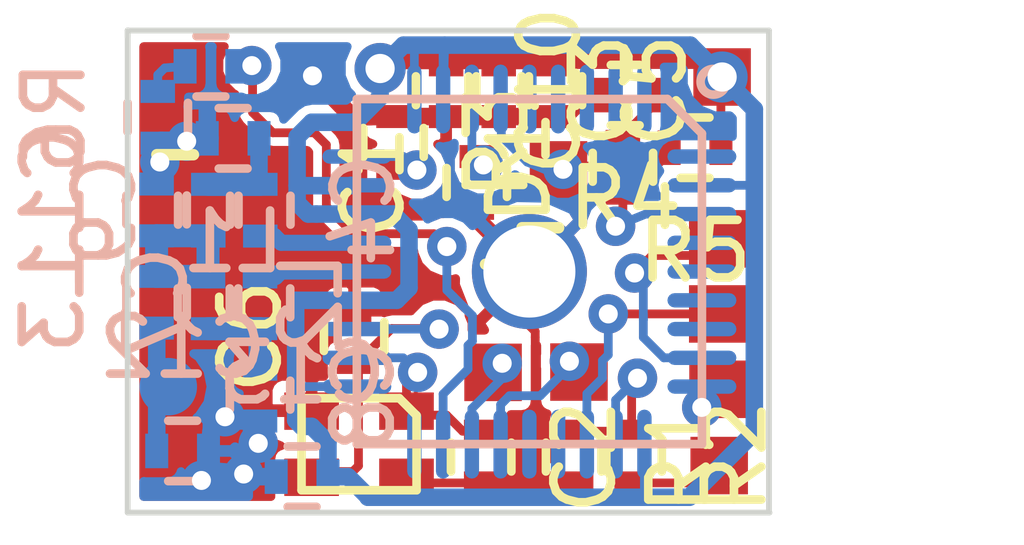
<source format=kicad_pcb>
(kicad_pcb (version 20160815) (host pcbnew "(2016-10-07 revision efdfaeb)-HEAD")

  (general
    (links 62)
    (no_connects 0)
    (area 16.586999 17.470919 27.847761 25.958001)
    (thickness 1.6)
    (drawings 10)
    (tracks 315)
    (zones 0)
    (modules 36)
    (nets 38)
  )

  (page User 101.6 101.6)
  (layers
    (0 F.Cu signal)
    (31 B.Cu signal)
    (32 B.Adhes user)
    (33 F.Adhes user)
    (34 B.Paste user)
    (35 F.Paste user)
    (36 B.SilkS user hide)
    (37 F.SilkS user)
    (38 B.Mask user hide)
    (39 F.Mask user)
    (40 Dwgs.User user hide)
    (41 Cmts.User user hide)
    (42 Eco1.User user hide)
    (43 Eco2.User user hide)
    (44 Edge.Cuts user)
  )

  (setup
    (last_trace_width 0.1524)
    (user_trace_width 0.28)
    (user_trace_width 0.3048)
    (user_trace_width 0.4)
    (trace_clearance 0.1524)
    (zone_clearance 0.1524)
    (zone_45_only no)
    (trace_min 0.1524)
    (segment_width 0.2)
    (edge_width 0.1)
    (via_size 0.6858)
    (via_drill 0.3302)
    (via_min_size 0.6858)
    (via_min_drill 0.3302)
    (user_via 0.889 0.508)
    (uvia_size 0.508)
    (uvia_drill 0.127)
    (uvias_allowed no)
    (uvia_min_size 0.508)
    (uvia_min_drill 0.127)
    (pcb_text_width 0.3)
    (pcb_text_size 1.5 1.5)
    (mod_edge_width 0.15)
    (mod_text_size 1 1)
    (mod_text_width 0.15)
    (pad_size 0.95 0.65)
    (pad_drill 0)
    (pad_to_mask_clearance 0)
    (pad_to_paste_clearance -0.762)
    (aux_axis_origin 0 0)
    (visible_elements FFFCFE7F)
    (pcbplotparams
      (layerselection 0x010fc_ffffffff)
      (usegerberextensions true)
      (excludeedgelayer true)
      (linewidth 0.150000)
      (plotframeref false)
      (viasonmask false)
      (mode 1)
      (useauxorigin false)
      (hpglpennumber 1)
      (hpglpenspeed 20)
      (hpglpendiameter 15)
      (psnegative false)
      (psa4output false)
      (plotreference false)
      (plotvalue false)
      (plotinvisibletext false)
      (padsonsilk false)
      (subtractmaskfromsilk true)
      (outputformat 1)
      (mirror false)
      (drillshape 0)
      (scaleselection 1)
      (outputdirectory gerber))
  )

  (net 0 "")
  (net 1 /ADC0)
  (net 2 /ADC1)
  (net 3 /ANT_N)
  (net 4 /ANT_P)
  (net 5 /DEBUG)
  (net 6 /ISP_CLOCK)
  (net 7 /ISP_DATA)
  (net 8 /SBUS_PPM)
  (net 9 /~RESET)
  (net 10 GND)
  (net 11 VCC)
  (net 12 "Net-(ANT1-Pad1)")
  (net 13 "Net-(C1-Pad2)")
  (net 14 "Net-(C2-Pad1)")
  (net 15 "Net-(C4-Pad2)")
  (net 16 "Net-(C6-Pad1)")
  (net 17 "Net-(C7-Pad2)")
  (net 18 "Net-(C11-Pad2)")
  (net 19 "Net-(D1-Pad2)")
  (net 20 "Net-(D1-Pad1)")
  (net 21 "Net-(D2-Pad2)")
  (net 22 "Net-(D2-Pad1)")
  (net 23 "Net-(R1-Pad1)")
  (net 24 "Net-(R3-Pad2)")
  (net 25 "Net-(U1-Pad32)")
  (net 26 "Net-(U1-Pad33)")
  (net 27 "Net-(U1-Pad34)")
  (net 28 "Net-(U1-Pad35)")
  (net 29 "Net-(U1-Pad36)")
  (net 30 "Net-(U1-Pad1)")
  (net 31 "Net-(U1-Pad4)")
  (net 32 "Net-(U1-Pad5)")
  (net 33 "Net-(U1-Pad6)")
  (net 34 "Net-(U1-Pad7)")
  (net 35 "Net-(U1-Pad13)")
  (net 36 "Net-(U1-Pad14)")
  (net 37 "Net-(U1-Pad18)")

  (net_class Default "This is the default net class."
    (clearance 0.1524)
    (trace_width 0.1524)
    (via_dia 0.6858)
    (via_drill 0.3302)
    (uvia_dia 0.508)
    (uvia_drill 0.127)
    (diff_pair_gap 0.25)
    (diff_pair_width 0.2)
    (add_net /ADC0)
    (add_net /ADC1)
    (add_net /ANT_N)
    (add_net /ANT_P)
    (add_net /DEBUG)
    (add_net /ISP_CLOCK)
    (add_net /ISP_DATA)
    (add_net /SBUS_PPM)
    (add_net /~RESET)
    (add_net GND)
    (add_net "Net-(ANT1-Pad1)")
    (add_net "Net-(C1-Pad2)")
    (add_net "Net-(C11-Pad2)")
    (add_net "Net-(C2-Pad1)")
    (add_net "Net-(C4-Pad2)")
    (add_net "Net-(C6-Pad1)")
    (add_net "Net-(C7-Pad2)")
    (add_net "Net-(D1-Pad1)")
    (add_net "Net-(D1-Pad2)")
    (add_net "Net-(D2-Pad1)")
    (add_net "Net-(D2-Pad2)")
    (add_net "Net-(R1-Pad1)")
    (add_net "Net-(R3-Pad2)")
    (add_net "Net-(U1-Pad1)")
    (add_net "Net-(U1-Pad13)")
    (add_net "Net-(U1-Pad14)")
    (add_net "Net-(U1-Pad18)")
    (add_net "Net-(U1-Pad32)")
    (add_net "Net-(U1-Pad33)")
    (add_net "Net-(U1-Pad34)")
    (add_net "Net-(U1-Pad35)")
    (add_net "Net-(U1-Pad36)")
    (add_net "Net-(U1-Pad4)")
    (add_net "Net-(U1-Pad5)")
    (add_net "Net-(U1-Pad6)")
    (add_net "Net-(U1-Pad7)")
    (add_net VCC)
  )

  (module custom:TP_1x1 (layer F.Cu) (tedit 58BB2ACD) (tstamp 581F8D78)
    (at 26.8732 18.034)
    (path /5658A7CA)
    (fp_text reference 3V3 (at -0.1 -3.2) (layer F.SilkS) hide
      (effects (font (size 1 1) (thickness 0.15)))
    )
    (fp_text value TP (at 0.1 -5) (layer F.SilkS) hide
      (effects (font (size 1 1) (thickness 0.15)))
    )
    (pad 1 smd rect (at 0.1 0.3) (size 1 1) (layers F.Cu F.Mask)
      (net 11 VCC))
  )

  (module custom:TP_1x1 (layer F.Cu) (tedit 58BB2ACD) (tstamp 581F8D7C)
    (at 26.797 22.15388)
    (path /56589F80)
    (fp_text reference ADC0 (at -0.1 -3.2) (layer F.SilkS) hide
      (effects (font (size 1 1) (thickness 0.15)))
    )
    (fp_text value TP (at 0.1 -5) (layer F.SilkS) hide
      (effects (font (size 1 1) (thickness 0.15)))
    )
    (pad 1 smd rect (at 0.1 0.3) (size 1 1) (layers F.Cu F.Mask)
      (net 1 /ADC0))
  )

  (module custom:TP_1x1 (layer F.Cu) (tedit 58BB2ACD) (tstamp 581F8D80)
    (at 26.8224 24.7904)
    (path /56589F7A)
    (fp_text reference ADC1 (at -0.1 -3.2) (layer F.SilkS) hide
      (effects (font (size 1 1) (thickness 0.15)))
    )
    (fp_text value TP (at 0.1 -5) (layer F.SilkS) hide
      (effects (font (size 1 1) (thickness 0.15)))
    )
    (pad 1 smd rect (at 0.1 0.3) (size 1 1) (layers F.Cu F.Mask)
      (net 2 /ADC1))
  )

  (module custom:smd_1x1_round (layer B.Cu) (tedit 58BB2ACD) (tstamp 581F8D84)
    (at 17.34312 23.71852)
    (path /57C54D41)
    (fp_text reference ANT1 (at 0 0) (layer B.SilkS) hide
      (effects (font (size 1 1) (thickness 0.15)) (justify mirror))
    )
    (fp_text value TP (at 0 0 270) (layer B.SilkS) hide
      (effects (font (size 1 1) (thickness 0.15)) (justify mirror))
    )
    (pad 1 smd oval (at 0 0) (size 1 1) (layers B.Cu B.Paste B.Mask)
      (net 12 "Net-(ANT1-Pad1)"))
  )

  (module Resistors_SMD:R_0402 (layer F.Cu) (tedit 58BB2ACD) (tstamp 581F8D88)
    (at 22.7076 20.1676 90)
    (descr "Resistor SMD 0402, reflow soldering, Vishay (see dcrcw.pdf)")
    (tags "resistor 0402")
    (path /56574FE5)
    (attr smd)
    (fp_text reference C1 (at 0 -1.8 90) (layer F.SilkS)
      (effects (font (size 1 1) (thickness 0.15)))
    )
    (fp_text value 1u (at 0 1.8 90) (layer F.Fab)
      (effects (font (size 1 1) (thickness 0.15)))
    )
    (fp_line (start -0.95 -0.65) (end 0.95 -0.65) (layer F.CrtYd) (width 0.05))
    (fp_line (start -0.95 0.65) (end 0.95 0.65) (layer F.CrtYd) (width 0.05))
    (fp_line (start -0.95 -0.65) (end -0.95 0.65) (layer F.CrtYd) (width 0.05))
    (fp_line (start 0.95 -0.65) (end 0.95 0.65) (layer F.CrtYd) (width 0.05))
    (fp_line (start 0.25 -0.525) (end -0.25 -0.525) (layer F.SilkS) (width 0.15))
    (fp_line (start -0.25 0.525) (end 0.25 0.525) (layer F.SilkS) (width 0.15))
    (pad 1 smd rect (at -0.45 0 90) (size 0.4 0.6) (layers F.Cu F.Paste F.Mask)
      (net 10 GND))
    (pad 2 smd rect (at 0.45 0 90) (size 0.4 0.6) (layers F.Cu F.Paste F.Mask)
      (net 13 "Net-(C1-Pad2)"))
    (model Resistors_SMD.3dshapes/R_0402.wrl
      (at (xyz 0 0 0))
      (scale (xyz 1 1 1))
      (rotate (xyz 0 0 0))
    )
  )

  (module Resistors_SMD:R_0402 (layer F.Cu) (tedit 58BB2ACD) (tstamp 581F8D8D)
    (at 22.7838 24.9428 270)
    (descr "Resistor SMD 0402, reflow soldering, Vishay (see dcrcw.pdf)")
    (tags "resistor 0402")
    (path /5658A4C8)
    (attr smd)
    (fp_text reference C2 (at 0 -1.8 270) (layer F.SilkS)
      (effects (font (size 1 1) (thickness 0.15)))
    )
    (fp_text value 12p (at 0 1.8 270) (layer F.Fab)
      (effects (font (size 1 1) (thickness 0.15)))
    )
    (fp_line (start -0.95 -0.65) (end 0.95 -0.65) (layer F.CrtYd) (width 0.05))
    (fp_line (start -0.95 0.65) (end 0.95 0.65) (layer F.CrtYd) (width 0.05))
    (fp_line (start -0.95 -0.65) (end -0.95 0.65) (layer F.CrtYd) (width 0.05))
    (fp_line (start 0.95 -0.65) (end 0.95 0.65) (layer F.CrtYd) (width 0.05))
    (fp_line (start 0.25 -0.525) (end -0.25 -0.525) (layer F.SilkS) (width 0.15))
    (fp_line (start -0.25 0.525) (end 0.25 0.525) (layer F.SilkS) (width 0.15))
    (pad 1 smd rect (at -0.45 0 270) (size 0.4 0.6) (layers F.Cu F.Paste F.Mask)
      (net 14 "Net-(C2-Pad1)"))
    (pad 2 smd rect (at 0.45 0 270) (size 0.4 0.6) (layers F.Cu F.Paste F.Mask)
      (net 10 GND))
    (model Resistors_SMD.3dshapes/R_0402.wrl
      (at (xyz 0 0 0))
      (scale (xyz 1 1 1))
      (rotate (xyz 0 0 0))
    )
  )

  (module Resistors_SMD:R_0402 (layer F.Cu) (tedit 58BB2ACD) (tstamp 581F8D92)
    (at 23.0886 18.57248 270)
    (descr "Resistor SMD 0402, reflow soldering, Vishay (see dcrcw.pdf)")
    (tags "resistor 0402")
    (path /56575052)
    (attr smd)
    (fp_text reference C3 (at 0 -1.8 270) (layer F.SilkS)
      (effects (font (size 1 1) (thickness 0.15)))
    )
    (fp_text value 100n (at 0 1.8 270) (layer F.Fab)
      (effects (font (size 1 1) (thickness 0.15)))
    )
    (fp_line (start -0.95 -0.65) (end 0.95 -0.65) (layer F.CrtYd) (width 0.05))
    (fp_line (start -0.95 0.65) (end 0.95 0.65) (layer F.CrtYd) (width 0.05))
    (fp_line (start -0.95 -0.65) (end -0.95 0.65) (layer F.CrtYd) (width 0.05))
    (fp_line (start 0.95 -0.65) (end 0.95 0.65) (layer F.CrtYd) (width 0.05))
    (fp_line (start 0.25 -0.525) (end -0.25 -0.525) (layer F.SilkS) (width 0.15))
    (fp_line (start -0.25 0.525) (end 0.25 0.525) (layer F.SilkS) (width 0.15))
    (pad 1 smd rect (at -0.45 0 270) (size 0.4 0.6) (layers F.Cu F.Paste F.Mask)
      (net 11 VCC))
    (pad 2 smd rect (at 0.45 0 270) (size 0.4 0.6) (layers F.Cu F.Paste F.Mask)
      (net 10 GND))
    (model Resistors_SMD.3dshapes/R_0402.wrl
      (at (xyz 0 0 0))
      (scale (xyz 1 1 1))
      (rotate (xyz 0 0 0))
    )
  )

  (module Resistors_SMD:R_0402 (layer B.Cu) (tedit 58BB2ACD) (tstamp 581F8D97)
    (at 18.94332 20.6502 90)
    (descr "Resistor SMD 0402, reflow soldering, Vishay (see dcrcw.pdf)")
    (tags "resistor 0402")
    (path /57C54020)
    (attr smd)
    (fp_text reference C4 (at 0 1.8 90) (layer B.SilkS)
      (effects (font (size 1 1) (thickness 0.15)) (justify mirror))
    )
    (fp_text value 100p (at 0 -1.8 90) (layer B.Fab)
      (effects (font (size 1 1) (thickness 0.15)) (justify mirror))
    )
    (fp_line (start -0.95 0.65) (end 0.95 0.65) (layer B.CrtYd) (width 0.05))
    (fp_line (start -0.95 -0.65) (end 0.95 -0.65) (layer B.CrtYd) (width 0.05))
    (fp_line (start -0.95 0.65) (end -0.95 -0.65) (layer B.CrtYd) (width 0.05))
    (fp_line (start 0.95 0.65) (end 0.95 -0.65) (layer B.CrtYd) (width 0.05))
    (fp_line (start 0.25 0.525) (end -0.25 0.525) (layer B.SilkS) (width 0.15))
    (fp_line (start -0.25 -0.525) (end 0.25 -0.525) (layer B.SilkS) (width 0.15))
    (pad 1 smd rect (at -0.45 0 90) (size 0.4 0.6) (layers B.Cu B.Paste B.Mask)
      (net 3 /ANT_N))
    (pad 2 smd rect (at 0.45 0 90) (size 0.4 0.6) (layers B.Cu B.Paste B.Mask)
      (net 15 "Net-(C4-Pad2)"))
    (model Resistors_SMD.3dshapes/R_0402.wrl
      (at (xyz 0 0 0))
      (scale (xyz 1 1 1))
      (rotate (xyz 0 0 0))
    )
  )

  (module Resistors_SMD:R_0402 (layer F.Cu) (tedit 58BB2ACD) (tstamp 581F8D9C)
    (at 24.01316 18.57248 270)
    (descr "Resistor SMD 0402, reflow soldering, Vishay (see dcrcw.pdf)")
    (tags "resistor 0402")
    (path /5657501E)
    (attr smd)
    (fp_text reference C5 (at 0 -1.8 270) (layer F.SilkS)
      (effects (font (size 1 1) (thickness 0.15)))
    )
    (fp_text value 220p (at 0 1.8 270) (layer F.Fab)
      (effects (font (size 1 1) (thickness 0.15)))
    )
    (fp_line (start -0.25 0.525) (end 0.25 0.525) (layer F.SilkS) (width 0.15))
    (fp_line (start 0.25 -0.525) (end -0.25 -0.525) (layer F.SilkS) (width 0.15))
    (fp_line (start 0.95 -0.65) (end 0.95 0.65) (layer F.CrtYd) (width 0.05))
    (fp_line (start -0.95 -0.65) (end -0.95 0.65) (layer F.CrtYd) (width 0.05))
    (fp_line (start -0.95 0.65) (end 0.95 0.65) (layer F.CrtYd) (width 0.05))
    (fp_line (start -0.95 -0.65) (end 0.95 -0.65) (layer F.CrtYd) (width 0.05))
    (pad 2 smd rect (at 0.45 0 270) (size 0.4 0.6) (layers F.Cu F.Paste F.Mask)
      (net 10 GND))
    (pad 1 smd rect (at -0.45 0 270) (size 0.4 0.6) (layers F.Cu F.Paste F.Mask)
      (net 11 VCC))
    (model Resistors_SMD.3dshapes/R_0402.wrl
      (at (xyz 0 0 0))
      (scale (xyz 1 1 1))
      (rotate (xyz 0 0 0))
    )
  )

  (module Resistors_SMD:R_0402 (layer F.Cu) (tedit 58BB2ACD) (tstamp 581F8DA1)
    (at 20.574 22.8473 90)
    (descr "Resistor SMD 0402, reflow soldering, Vishay (see dcrcw.pdf)")
    (tags "resistor 0402")
    (path /5658A4C2)
    (attr smd)
    (fp_text reference C6 (at 0 -1.8 90) (layer F.SilkS)
      (effects (font (size 1 1) (thickness 0.15)))
    )
    (fp_text value 12p (at 0 1.8 90) (layer F.Fab)
      (effects (font (size 1 1) (thickness 0.15)))
    )
    (fp_line (start -0.25 0.525) (end 0.25 0.525) (layer F.SilkS) (width 0.15))
    (fp_line (start 0.25 -0.525) (end -0.25 -0.525) (layer F.SilkS) (width 0.15))
    (fp_line (start 0.95 -0.65) (end 0.95 0.65) (layer F.CrtYd) (width 0.05))
    (fp_line (start -0.95 -0.65) (end -0.95 0.65) (layer F.CrtYd) (width 0.05))
    (fp_line (start -0.95 0.65) (end 0.95 0.65) (layer F.CrtYd) (width 0.05))
    (fp_line (start -0.95 -0.65) (end 0.95 -0.65) (layer F.CrtYd) (width 0.05))
    (pad 2 smd rect (at 0.45 0 90) (size 0.4 0.6) (layers F.Cu F.Paste F.Mask)
      (net 10 GND))
    (pad 1 smd rect (at -0.45 0 90) (size 0.4 0.6) (layers F.Cu F.Paste F.Mask)
      (net 16 "Net-(C6-Pad1)"))
    (model Resistors_SMD.3dshapes/R_0402.wrl
      (at (xyz 0 0 0))
      (scale (xyz 1 1 1))
      (rotate (xyz 0 0 0))
    )
  )

  (module Resistors_SMD:R_0402 (layer B.Cu) (tedit 58BB2ACD) (tstamp 581F8DA6)
    (at 18.93824 22.26056 270)
    (descr "Resistor SMD 0402, reflow soldering, Vishay (see dcrcw.pdf)")
    (tags "resistor 0402")
    (path /57C54026)
    (attr smd)
    (fp_text reference C7 (at 0 1.8 270) (layer B.SilkS)
      (effects (font (size 1 1) (thickness 0.15)) (justify mirror))
    )
    (fp_text value 100p (at 0 -1.8 270) (layer B.Fab)
      (effects (font (size 1 1) (thickness 0.15)) (justify mirror))
    )
    (fp_line (start -0.25 -0.525) (end 0.25 -0.525) (layer B.SilkS) (width 0.15))
    (fp_line (start 0.25 0.525) (end -0.25 0.525) (layer B.SilkS) (width 0.15))
    (fp_line (start 0.95 0.65) (end 0.95 -0.65) (layer B.CrtYd) (width 0.05))
    (fp_line (start -0.95 0.65) (end -0.95 -0.65) (layer B.CrtYd) (width 0.05))
    (fp_line (start -0.95 -0.65) (end 0.95 -0.65) (layer B.CrtYd) (width 0.05))
    (fp_line (start -0.95 0.65) (end 0.95 0.65) (layer B.CrtYd) (width 0.05))
    (pad 2 smd rect (at 0.45 0 270) (size 0.4 0.6) (layers B.Cu B.Paste B.Mask)
      (net 17 "Net-(C7-Pad2)"))
    (pad 1 smd rect (at -0.45 0 270) (size 0.4 0.6) (layers B.Cu B.Paste B.Mask)
      (net 4 /ANT_P))
    (model Resistors_SMD.3dshapes/R_0402.wrl
      (at (xyz 0 0 0))
      (scale (xyz 1 1 1))
      (rotate (xyz 0 0 0))
    )
  )

  (module Resistors_SMD:R_0402 (layer B.Cu) (tedit 58BB2ACD) (tstamp 581F8DAB)
    (at 18.93824 23.86584 90)
    (descr "Resistor SMD 0402, reflow soldering, Vishay (see dcrcw.pdf)")
    (tags "resistor 0402")
    (path /57C5404C)
    (attr smd)
    (fp_text reference C8 (at 0 1.8 90) (layer B.SilkS)
      (effects (font (size 1 1) (thickness 0.15)) (justify mirror))
    )
    (fp_text value 1p (at 0 -1.8 90) (layer B.Fab)
      (effects (font (size 1 1) (thickness 0.15)) (justify mirror))
    )
    (fp_line (start -0.95 0.65) (end 0.95 0.65) (layer B.CrtYd) (width 0.05))
    (fp_line (start -0.95 -0.65) (end 0.95 -0.65) (layer B.CrtYd) (width 0.05))
    (fp_line (start -0.95 0.65) (end -0.95 -0.65) (layer B.CrtYd) (width 0.05))
    (fp_line (start 0.95 0.65) (end 0.95 -0.65) (layer B.CrtYd) (width 0.05))
    (fp_line (start 0.25 0.525) (end -0.25 0.525) (layer B.SilkS) (width 0.15))
    (fp_line (start -0.25 -0.525) (end 0.25 -0.525) (layer B.SilkS) (width 0.15))
    (pad 1 smd rect (at -0.45 0 90) (size 0.4 0.6) (layers B.Cu B.Paste B.Mask)
      (net 10 GND))
    (pad 2 smd rect (at 0.45 0 90) (size 0.4 0.6) (layers B.Cu B.Paste B.Mask)
      (net 17 "Net-(C7-Pad2)"))
    (model Resistors_SMD.3dshapes/R_0402.wrl
      (at (xyz 0 0 0))
      (scale (xyz 1 1 1))
      (rotate (xyz 0 0 0))
    )
  )

  (module Resistors_SMD:R_0402 (layer B.Cu) (tedit 58BB2ACD) (tstamp 581F8DB0)
    (at 18.03908 20.6502 270)
    (descr "Resistor SMD 0402, reflow soldering, Vishay (see dcrcw.pdf)")
    (tags "resistor 0402")
    (path /57C5432E)
    (attr smd)
    (fp_text reference C9 (at 0 1.8 270) (layer B.SilkS)
      (effects (font (size 1 1) (thickness 0.15)) (justify mirror))
    )
    (fp_text value 1p (at 0 -1.8 270) (layer B.Fab)
      (effects (font (size 1 1) (thickness 0.15)) (justify mirror))
    )
    (fp_line (start -0.25 -0.525) (end 0.25 -0.525) (layer B.SilkS) (width 0.15))
    (fp_line (start 0.25 0.525) (end -0.25 0.525) (layer B.SilkS) (width 0.15))
    (fp_line (start 0.95 0.65) (end 0.95 -0.65) (layer B.CrtYd) (width 0.05))
    (fp_line (start -0.95 0.65) (end -0.95 -0.65) (layer B.CrtYd) (width 0.05))
    (fp_line (start -0.95 -0.65) (end 0.95 -0.65) (layer B.CrtYd) (width 0.05))
    (fp_line (start -0.95 0.65) (end 0.95 0.65) (layer B.CrtYd) (width 0.05))
    (pad 2 smd rect (at 0.45 0 270) (size 0.4 0.6) (layers B.Cu B.Paste B.Mask)
      (net 18 "Net-(C11-Pad2)"))
    (pad 1 smd rect (at -0.45 0 270) (size 0.4 0.6) (layers B.Cu B.Paste B.Mask)
      (net 15 "Net-(C4-Pad2)"))
    (model Resistors_SMD.3dshapes/R_0402.wrl
      (at (xyz 0 0 0))
      (scale (xyz 1 1 1))
      (rotate (xyz 0 0 0))
    )
  )

  (module Resistors_SMD:R_0402 (layer F.Cu) (tedit 58BB2ACD) (tstamp 581F8DB5)
    (at 22.1742 18.57248 270)
    (descr "Resistor SMD 0402, reflow soldering, Vishay (see dcrcw.pdf)")
    (tags "resistor 0402")
    (path /5657553A)
    (attr smd)
    (fp_text reference C10 (at 0 -1.8 270) (layer F.SilkS)
      (effects (font (size 1 1) (thickness 0.15)))
    )
    (fp_text value 1u (at 0 1.8 270) (layer F.Fab)
      (effects (font (size 1 1) (thickness 0.15)))
    )
    (fp_line (start -0.25 0.525) (end 0.25 0.525) (layer F.SilkS) (width 0.15))
    (fp_line (start 0.25 -0.525) (end -0.25 -0.525) (layer F.SilkS) (width 0.15))
    (fp_line (start 0.95 -0.65) (end 0.95 0.65) (layer F.CrtYd) (width 0.05))
    (fp_line (start -0.95 -0.65) (end -0.95 0.65) (layer F.CrtYd) (width 0.05))
    (fp_line (start -0.95 0.65) (end 0.95 0.65) (layer F.CrtYd) (width 0.05))
    (fp_line (start -0.95 -0.65) (end 0.95 -0.65) (layer F.CrtYd) (width 0.05))
    (pad 2 smd rect (at 0.45 0 270) (size 0.4 0.6) (layers F.Cu F.Paste F.Mask)
      (net 10 GND))
    (pad 1 smd rect (at -0.45 0 270) (size 0.4 0.6) (layers F.Cu F.Paste F.Mask)
      (net 11 VCC))
    (model Resistors_SMD.3dshapes/R_0402.wrl
      (at (xyz 0 0 0))
      (scale (xyz 1 1 1))
      (rotate (xyz 0 0 0))
    )
  )

  (module Resistors_SMD:R_0402 (layer B.Cu) (tedit 58BB2ACD) (tstamp 581F8DBA)
    (at 17.13992 20.64512 270)
    (descr "Resistor SMD 0402, reflow soldering, Vishay (see dcrcw.pdf)")
    (tags "resistor 0402")
    (path /57C549E1)
    (attr smd)
    (fp_text reference C11 (at 0 1.8 270) (layer B.SilkS)
      (effects (font (size 1 1) (thickness 0.15)) (justify mirror))
    )
    (fp_text value 1p8 (at 0 -1.8 270) (layer B.Fab)
      (effects (font (size 1 1) (thickness 0.15)) (justify mirror))
    )
    (fp_line (start -0.25 -0.525) (end 0.25 -0.525) (layer B.SilkS) (width 0.15))
    (fp_line (start 0.25 0.525) (end -0.25 0.525) (layer B.SilkS) (width 0.15))
    (fp_line (start 0.95 0.65) (end 0.95 -0.65) (layer B.CrtYd) (width 0.05))
    (fp_line (start -0.95 0.65) (end -0.95 -0.65) (layer B.CrtYd) (width 0.05))
    (fp_line (start -0.95 -0.65) (end 0.95 -0.65) (layer B.CrtYd) (width 0.05))
    (fp_line (start -0.95 0.65) (end 0.95 0.65) (layer B.CrtYd) (width 0.05))
    (pad 2 smd rect (at 0.45 0 270) (size 0.4 0.6) (layers B.Cu B.Paste B.Mask)
      (net 18 "Net-(C11-Pad2)"))
    (pad 1 smd rect (at -0.45 0 270) (size 0.4 0.6) (layers B.Cu B.Paste B.Mask)
      (net 10 GND))
    (model Resistors_SMD.3dshapes/R_0402.wrl
      (at (xyz 0 0 0))
      (scale (xyz 1 1 1))
      (rotate (xyz 0 0 0))
    )
  )

  (module Resistors_SMD:R_0402 (layer B.Cu) (tedit 58BB2ACD) (tstamp 581F8DBF)
    (at 17.59204 24.83612 180)
    (descr "Resistor SMD 0402, reflow soldering, Vishay (see dcrcw.pdf)")
    (tags "resistor 0402")
    (path /57C549E7)
    (attr smd)
    (fp_text reference C12 (at 0 1.8 180) (layer B.SilkS)
      (effects (font (size 1 1) (thickness 0.15)) (justify mirror))
    )
    (fp_text value 1p5 (at 0 -1.8 180) (layer B.Fab)
      (effects (font (size 1 1) (thickness 0.15)) (justify mirror))
    )
    (fp_line (start -0.95 0.65) (end 0.95 0.65) (layer B.CrtYd) (width 0.05))
    (fp_line (start -0.95 -0.65) (end 0.95 -0.65) (layer B.CrtYd) (width 0.05))
    (fp_line (start -0.95 0.65) (end -0.95 -0.65) (layer B.CrtYd) (width 0.05))
    (fp_line (start 0.95 0.65) (end 0.95 -0.65) (layer B.CrtYd) (width 0.05))
    (fp_line (start 0.25 0.525) (end -0.25 0.525) (layer B.SilkS) (width 0.15))
    (fp_line (start -0.25 -0.525) (end 0.25 -0.525) (layer B.SilkS) (width 0.15))
    (pad 1 smd rect (at -0.45 0 180) (size 0.4 0.6) (layers B.Cu B.Paste B.Mask)
      (net 10 GND))
    (pad 2 smd rect (at 0.45 0 180) (size 0.4 0.6) (layers B.Cu B.Paste B.Mask)
      (net 12 "Net-(ANT1-Pad1)"))
    (model Resistors_SMD.3dshapes/R_0402.wrl
      (at (xyz 0 0 0))
      (scale (xyz 1 1 1))
      (rotate (xyz 0 0 0))
    )
  )

  (module Resistors_SMD:R_0402 (layer B.Cu) (tedit 58BB2ACD) (tstamp 581F8DC4)
    (at 19.66976 25.28316 180)
    (descr "Resistor SMD 0402, reflow soldering, Vishay (see dcrcw.pdf)")
    (tags "resistor 0402")
    (path /57C5536B)
    (attr smd)
    (fp_text reference C13 (at 0 1.8 180) (layer B.SilkS)
      (effects (font (size 1 1) (thickness 0.15)) (justify mirror))
    )
    (fp_text value 100n (at 0 -1.8 180) (layer B.Fab)
      (effects (font (size 1 1) (thickness 0.15)) (justify mirror))
    )
    (fp_line (start -0.95 0.65) (end 0.95 0.65) (layer B.CrtYd) (width 0.05))
    (fp_line (start -0.95 -0.65) (end 0.95 -0.65) (layer B.CrtYd) (width 0.05))
    (fp_line (start -0.95 0.65) (end -0.95 -0.65) (layer B.CrtYd) (width 0.05))
    (fp_line (start 0.95 0.65) (end 0.95 -0.65) (layer B.CrtYd) (width 0.05))
    (fp_line (start 0.25 0.525) (end -0.25 0.525) (layer B.SilkS) (width 0.15))
    (fp_line (start -0.25 -0.525) (end 0.25 -0.525) (layer B.SilkS) (width 0.15))
    (pad 1 smd rect (at -0.45 0 180) (size 0.4 0.6) (layers B.Cu B.Paste B.Mask)
      (net 11 VCC))
    (pad 2 smd rect (at 0.45 0 180) (size 0.4 0.6) (layers B.Cu B.Paste B.Mask)
      (net 10 GND))
    (model Resistors_SMD.3dshapes/R_0402.wrl
      (at (xyz 0 0 0))
      (scale (xyz 1 1 1))
      (rotate (xyz 0 0 0))
    )
  )

  (module Resistors_SMD:R_0402 (layer F.Cu) (tedit 58BB2ACD) (tstamp 581F8DC9)
    (at 25.2476 19.90344 90)
    (descr "Resistor SMD 0402, reflow soldering, Vishay (see dcrcw.pdf)")
    (tags "resistor 0402")
    (path /5658B226)
    (attr smd)
    (fp_text reference D1 (at 0 -1.8 90) (layer F.SilkS)
      (effects (font (size 1 1) (thickness 0.15)))
    )
    (fp_text value LED (at 0 1.8 90) (layer F.Fab)
      (effects (font (size 1 1) (thickness 0.15)))
    )
    (fp_line (start -0.25 0.525) (end 0.25 0.525) (layer F.SilkS) (width 0.15))
    (fp_line (start 0.25 -0.525) (end -0.25 -0.525) (layer F.SilkS) (width 0.15))
    (fp_line (start 0.95 -0.65) (end 0.95 0.65) (layer F.CrtYd) (width 0.05))
    (fp_line (start -0.95 -0.65) (end -0.95 0.65) (layer F.CrtYd) (width 0.05))
    (fp_line (start -0.95 0.65) (end 0.95 0.65) (layer F.CrtYd) (width 0.05))
    (fp_line (start -0.95 -0.65) (end 0.95 -0.65) (layer F.CrtYd) (width 0.05))
    (pad 2 smd rect (at 0.45 0 90) (size 0.4 0.6) (layers F.Cu F.Paste F.Mask)
      (net 19 "Net-(D1-Pad2)"))
    (pad 1 smd rect (at -0.45 0 90) (size 0.4 0.6) (layers F.Cu F.Paste F.Mask)
      (net 20 "Net-(D1-Pad1)"))
    (model Resistors_SMD.3dshapes/R_0402.wrl
      (at (xyz 0 0 0))
      (scale (xyz 1 1 1))
      (rotate (xyz 0 0 0))
    )
  )

  (module Resistors_SMD:R_0402 (layer B.Cu) (tedit 58BB2ACD) (tstamp 581F8DCE)
    (at 18.0848 18.1483 180)
    (descr "Resistor SMD 0402, reflow soldering, Vishay (see dcrcw.pdf)")
    (tags "resistor 0402")
    (path /57C55430)
    (attr smd)
    (fp_text reference D2 (at 0 1.8 180) (layer B.SilkS)
      (effects (font (size 1 1) (thickness 0.15)) (justify mirror))
    )
    (fp_text value LED (at 0 -1.8 180) (layer B.Fab)
      (effects (font (size 1 1) (thickness 0.15)) (justify mirror))
    )
    (fp_line (start -0.25 -0.525) (end 0.25 -0.525) (layer B.SilkS) (width 0.15))
    (fp_line (start 0.25 0.525) (end -0.25 0.525) (layer B.SilkS) (width 0.15))
    (fp_line (start 0.95 0.65) (end 0.95 -0.65) (layer B.CrtYd) (width 0.05))
    (fp_line (start -0.95 0.65) (end -0.95 -0.65) (layer B.CrtYd) (width 0.05))
    (fp_line (start -0.95 -0.65) (end 0.95 -0.65) (layer B.CrtYd) (width 0.05))
    (fp_line (start -0.95 0.65) (end 0.95 0.65) (layer B.CrtYd) (width 0.05))
    (pad 2 smd rect (at 0.45 0 180) (size 0.4 0.6) (layers B.Cu B.Paste B.Mask)
      (net 21 "Net-(D2-Pad2)"))
    (pad 1 smd rect (at -0.45 0 180) (size 0.4 0.6) (layers B.Cu B.Paste B.Mask)
      (net 22 "Net-(D2-Pad1)"))
    (model Resistors_SMD.3dshapes/R_0402.wrl
      (at (xyz 0 0 0))
      (scale (xyz 1 1 1))
      (rotate (xyz 0 0 0))
    )
  )

  (module custom:TP_1x1 (layer F.Cu) (tedit 58BB2ACD) (tstamp 581F8DD3)
    (at 26.797 20.84832)
    (path /565B4755)
    (fp_text reference DEBUG1 (at -0.1 -3.2) (layer F.SilkS) hide
      (effects (font (size 1 1) (thickness 0.15)))
    )
    (fp_text value TP (at 0.1 -5) (layer F.SilkS) hide
      (effects (font (size 1 1) (thickness 0.15)))
    )
    (pad 1 smd rect (at 0.1 0.3) (size 1 1) (layers F.Cu F.Mask)
      (net 5 /DEBUG))
  )

  (module custom:TP_1x1 (layer F.Cu) (tedit 58BB2ACD) (tstamp 581F8DD7)
    (at 19.7612 17.9832)
    (path /5658BC13)
    (fp_text reference GND1 (at -0.1 -3.2) (layer F.SilkS) hide
      (effects (font (size 1 1) (thickness 0.15)))
    )
    (fp_text value TP (at 0.1 -5) (layer F.SilkS) hide
      (effects (font (size 1 1) (thickness 0.15)))
    )
    (pad 1 smd rect (at 0.1 0.3) (size 1 1) (layers F.Cu F.Mask)
      (net 10 GND))
  )

  (module custom:TP_1x1 (layer F.Cu) (tedit 58BB2ACD) (tstamp 581F8DDB)
    (at 22.89048 23.16988)
    (path /565B4743)
    (fp_text reference ISP_CLOCK1 (at -0.1 -3.2) (layer F.SilkS) hide
      (effects (font (size 1 1) (thickness 0.15)))
    )
    (fp_text value TP (at 0.1 -5) (layer F.SilkS) hide
      (effects (font (size 1 1) (thickness 0.15)))
    )
    (pad 1 smd rect (at 0.1 0.3) (size 1 1) (layers F.Cu F.Mask)
      (net 6 /ISP_CLOCK))
  )

  (module custom:TP_1x1 (layer F.Cu) (tedit 58BB2ACD) (tstamp 581F8DDF)
    (at 24.384 23.1648)
    (path /565B4749)
    (fp_text reference ISP_DATA1 (at -0.1 -3.2) (layer F.SilkS) hide
      (effects (font (size 1 1) (thickness 0.15)))
    )
    (fp_text value TP (at 0.1 -5) (layer F.SilkS) hide
      (effects (font (size 1 1) (thickness 0.15)))
    )
    (pad 1 smd rect (at 0.1 0.3) (size 1 1) (layers F.Cu F.Mask)
      (net 7 /ISP_DATA))
  )

  (module Resistors_SMD:R_0402 (layer B.Cu) (tedit 58BB2ACD) (tstamp 581F8DE3)
    (at 18.47088 19.40052)
    (descr "Resistor SMD 0402, reflow soldering, Vishay (see dcrcw.pdf)")
    (tags "resistor 0402")
    (path /57C54036)
    (attr smd)
    (fp_text reference L1 (at 0 1.8) (layer B.SilkS)
      (effects (font (size 1 1) (thickness 0.15)) (justify mirror))
    )
    (fp_text value 1.2nH (at 0 -1.8) (layer B.Fab)
      (effects (font (size 1 1) (thickness 0.15)) (justify mirror))
    )
    (fp_line (start -0.95 0.65) (end 0.95 0.65) (layer B.CrtYd) (width 0.05))
    (fp_line (start -0.95 -0.65) (end 0.95 -0.65) (layer B.CrtYd) (width 0.05))
    (fp_line (start -0.95 0.65) (end -0.95 -0.65) (layer B.CrtYd) (width 0.05))
    (fp_line (start 0.95 0.65) (end 0.95 -0.65) (layer B.CrtYd) (width 0.05))
    (fp_line (start 0.25 0.525) (end -0.25 0.525) (layer B.SilkS) (width 0.15))
    (fp_line (start -0.25 -0.525) (end 0.25 -0.525) (layer B.SilkS) (width 0.15))
    (pad 1 smd rect (at -0.45 0) (size 0.4 0.6) (layers B.Cu B.Paste B.Mask)
      (net 10 GND))
    (pad 2 smd rect (at 0.45 0) (size 0.4 0.6) (layers B.Cu B.Paste B.Mask)
      (net 15 "Net-(C4-Pad2)"))
    (model Resistors_SMD.3dshapes/R_0402.wrl
      (at (xyz 0 0 0))
      (scale (xyz 1 1 1))
      (rotate (xyz 0 0 0))
    )
  )

  (module Resistors_SMD:R_0402 (layer B.Cu) (tedit 58BB2ACD) (tstamp 581F8DE8)
    (at 18.034 22.26056 90)
    (descr "Resistor SMD 0402, reflow soldering, Vishay (see dcrcw.pdf)")
    (tags "resistor 0402")
    (path /57C54046)
    (attr smd)
    (fp_text reference L2 (at 0 1.8 90) (layer B.SilkS)
      (effects (font (size 1 1) (thickness 0.15)) (justify mirror))
    )
    (fp_text value 1.2nH (at 0 -1.8 90) (layer B.Fab)
      (effects (font (size 1 1) (thickness 0.15)) (justify mirror))
    )
    (fp_line (start -0.25 -0.525) (end 0.25 -0.525) (layer B.SilkS) (width 0.15))
    (fp_line (start 0.25 0.525) (end -0.25 0.525) (layer B.SilkS) (width 0.15))
    (fp_line (start 0.95 0.65) (end 0.95 -0.65) (layer B.CrtYd) (width 0.05))
    (fp_line (start -0.95 0.65) (end -0.95 -0.65) (layer B.CrtYd) (width 0.05))
    (fp_line (start -0.95 -0.65) (end 0.95 -0.65) (layer B.CrtYd) (width 0.05))
    (fp_line (start -0.95 0.65) (end 0.95 0.65) (layer B.CrtYd) (width 0.05))
    (pad 2 smd rect (at 0.45 0 90) (size 0.4 0.6) (layers B.Cu B.Paste B.Mask)
      (net 18 "Net-(C11-Pad2)"))
    (pad 1 smd rect (at -0.45 0 90) (size 0.4 0.6) (layers B.Cu B.Paste B.Mask)
      (net 17 "Net-(C7-Pad2)"))
    (model Resistors_SMD.3dshapes/R_0402.wrl
      (at (xyz 0 0 0))
      (scale (xyz 1 1 1))
      (rotate (xyz 0 0 0))
    )
  )

  (module Resistors_SMD:R_0402 (layer B.Cu) (tedit 58BB2ACD) (tstamp 581F8DED)
    (at 17.13992 22.2504 270)
    (descr "Resistor SMD 0402, reflow soldering, Vishay (see dcrcw.pdf)")
    (tags "resistor 0402")
    (path /57C549DB)
    (attr smd)
    (fp_text reference L3 (at 0 1.8 270) (layer B.SilkS)
      (effects (font (size 1 1) (thickness 0.15)) (justify mirror))
    )
    (fp_text value 1.2nH (at 0 -1.8 270) (layer B.Fab)
      (effects (font (size 1 1) (thickness 0.15)) (justify mirror))
    )
    (fp_line (start -0.95 0.65) (end 0.95 0.65) (layer B.CrtYd) (width 0.05))
    (fp_line (start -0.95 -0.65) (end 0.95 -0.65) (layer B.CrtYd) (width 0.05))
    (fp_line (start -0.95 0.65) (end -0.95 -0.65) (layer B.CrtYd) (width 0.05))
    (fp_line (start 0.95 0.65) (end 0.95 -0.65) (layer B.CrtYd) (width 0.05))
    (fp_line (start 0.25 0.525) (end -0.25 0.525) (layer B.SilkS) (width 0.15))
    (fp_line (start -0.25 -0.525) (end 0.25 -0.525) (layer B.SilkS) (width 0.15))
    (pad 1 smd rect (at -0.45 0 270) (size 0.4 0.6) (layers B.Cu B.Paste B.Mask)
      (net 18 "Net-(C11-Pad2)"))
    (pad 2 smd rect (at 0.45 0 270) (size 0.4 0.6) (layers B.Cu B.Paste B.Mask)
      (net 12 "Net-(ANT1-Pad1)"))
    (model Resistors_SMD.3dshapes/R_0402.wrl
      (at (xyz 0 0 0))
      (scale (xyz 1 1 1))
      (rotate (xyz 0 0 0))
    )
  )

  (module Resistors_SMD:R_0402 (layer F.Cu) (tedit 58BB2ACD) (tstamp 581F8DF2)
    (at 24.4348 24.9428 270)
    (descr "Resistor SMD 0402, reflow soldering, Vishay (see dcrcw.pdf)")
    (tags "resistor 0402")
    (path /56589FE0)
    (attr smd)
    (fp_text reference R1 (at 0 -1.8 270) (layer F.SilkS)
      (effects (font (size 1 1) (thickness 0.15)))
    )
    (fp_text value 5k6 (at 0 1.8 270) (layer F.Fab)
      (effects (font (size 1 1) (thickness 0.15)))
    )
    (fp_line (start -0.25 0.525) (end 0.25 0.525) (layer F.SilkS) (width 0.15))
    (fp_line (start 0.25 -0.525) (end -0.25 -0.525) (layer F.SilkS) (width 0.15))
    (fp_line (start 0.95 -0.65) (end 0.95 0.65) (layer F.CrtYd) (width 0.05))
    (fp_line (start -0.95 -0.65) (end -0.95 0.65) (layer F.CrtYd) (width 0.05))
    (fp_line (start -0.95 0.65) (end 0.95 0.65) (layer F.CrtYd) (width 0.05))
    (fp_line (start -0.95 -0.65) (end 0.95 -0.65) (layer F.CrtYd) (width 0.05))
    (pad 2 smd rect (at 0.45 0 270) (size 0.4 0.6) (layers F.Cu F.Paste F.Mask)
      (net 10 GND))
    (pad 1 smd rect (at -0.45 0 270) (size 0.4 0.6) (layers F.Cu F.Paste F.Mask)
      (net 23 "Net-(R1-Pad1)"))
    (model Resistors_SMD.3dshapes/R_0402.wrl
      (at (xyz 0 0 0))
      (scale (xyz 1 1 1))
      (rotate (xyz 0 0 0))
    )
  )

  (module Resistors_SMD:R_0402 (layer F.Cu) (tedit 58BB2ACD) (tstamp 581F8DF7)
    (at 25.4 24.9428 270)
    (descr "Resistor SMD 0402, reflow soldering, Vishay (see dcrcw.pdf)")
    (tags "resistor 0402")
    (path /56589FE6)
    (attr smd)
    (fp_text reference R2 (at 0 -1.8 270) (layer F.SilkS)
      (effects (font (size 1 1) (thickness 0.15)))
    )
    (fp_text value 10k (at 0 1.8 270) (layer F.Fab)
      (effects (font (size 1 1) (thickness 0.15)))
    )
    (fp_line (start -0.95 -0.65) (end 0.95 -0.65) (layer F.CrtYd) (width 0.05))
    (fp_line (start -0.95 0.65) (end 0.95 0.65) (layer F.CrtYd) (width 0.05))
    (fp_line (start -0.95 -0.65) (end -0.95 0.65) (layer F.CrtYd) (width 0.05))
    (fp_line (start 0.95 -0.65) (end 0.95 0.65) (layer F.CrtYd) (width 0.05))
    (fp_line (start 0.25 -0.525) (end -0.25 -0.525) (layer F.SilkS) (width 0.15))
    (fp_line (start -0.25 0.525) (end 0.25 0.525) (layer F.SilkS) (width 0.15))
    (pad 1 smd rect (at -0.45 0 270) (size 0.4 0.6) (layers F.Cu F.Paste F.Mask)
      (net 23 "Net-(R1-Pad1)"))
    (pad 2 smd rect (at 0.45 0 270) (size 0.4 0.6) (layers F.Cu F.Paste F.Mask)
      (net 2 /ADC1))
    (model Resistors_SMD.3dshapes/R_0402.wrl
      (at (xyz 0 0 0))
      (scale (xyz 1 1 1))
      (rotate (xyz 0 0 0))
    )
  )

  (module Resistors_SMD:R_0402 (layer F.Cu) (tedit 58BB2ACD) (tstamp 581F8DFC)
    (at 21.2598 19.47164 270)
    (descr "Resistor SMD 0402, reflow soldering, Vishay (see dcrcw.pdf)")
    (tags "resistor 0402")
    (path /56574FC9)
    (attr smd)
    (fp_text reference R3 (at 0 -1.8 270) (layer F.SilkS)
      (effects (font (size 1 1) (thickness 0.15)))
    )
    (fp_text value 56k (at 0 1.8 270) (layer F.Fab)
      (effects (font (size 1 1) (thickness 0.15)))
    )
    (fp_line (start -0.25 0.525) (end 0.25 0.525) (layer F.SilkS) (width 0.15))
    (fp_line (start 0.25 -0.525) (end -0.25 -0.525) (layer F.SilkS) (width 0.15))
    (fp_line (start 0.95 -0.65) (end 0.95 0.65) (layer F.CrtYd) (width 0.05))
    (fp_line (start -0.95 -0.65) (end -0.95 0.65) (layer F.CrtYd) (width 0.05))
    (fp_line (start -0.95 0.65) (end 0.95 0.65) (layer F.CrtYd) (width 0.05))
    (fp_line (start -0.95 -0.65) (end 0.95 -0.65) (layer F.CrtYd) (width 0.05))
    (pad 2 smd rect (at 0.45 0 270) (size 0.4 0.6) (layers F.Cu F.Paste F.Mask)
      (net 24 "Net-(R3-Pad2)"))
    (pad 1 smd rect (at -0.45 0 270) (size 0.4 0.6) (layers F.Cu F.Paste F.Mask)
      (net 10 GND))
    (model Resistors_SMD.3dshapes/R_0402.wrl
      (at (xyz 0 0 0))
      (scale (xyz 1 1 1))
      (rotate (xyz 0 0 0))
    )
  )

  (module Resistors_SMD:R_0402 (layer F.Cu) (tedit 58BB2ACD) (tstamp 581F8E01)
    (at 25.28824 18.64868 180)
    (descr "Resistor SMD 0402, reflow soldering, Vishay (see dcrcw.pdf)")
    (tags "resistor 0402")
    (path /5658B239)
    (attr smd)
    (fp_text reference R4 (at 0 -1.8 180) (layer F.SilkS)
      (effects (font (size 1 1) (thickness 0.15)))
    )
    (fp_text value 1k (at 0 1.8 180) (layer F.Fab)
      (effects (font (size 1 1) (thickness 0.15)))
    )
    (fp_line (start -0.95 -0.65) (end 0.95 -0.65) (layer F.CrtYd) (width 0.05))
    (fp_line (start -0.95 0.65) (end 0.95 0.65) (layer F.CrtYd) (width 0.05))
    (fp_line (start -0.95 -0.65) (end -0.95 0.65) (layer F.CrtYd) (width 0.05))
    (fp_line (start 0.95 -0.65) (end 0.95 0.65) (layer F.CrtYd) (width 0.05))
    (fp_line (start 0.25 -0.525) (end -0.25 -0.525) (layer F.SilkS) (width 0.15))
    (fp_line (start -0.25 0.525) (end 0.25 0.525) (layer F.SilkS) (width 0.15))
    (pad 1 smd rect (at -0.45 0 180) (size 0.4 0.6) (layers F.Cu F.Paste F.Mask)
      (net 19 "Net-(D1-Pad2)"))
    (pad 2 smd rect (at 0.45 0 180) (size 0.4 0.6) (layers F.Cu F.Paste F.Mask)
      (net 10 GND))
    (model Resistors_SMD.3dshapes/R_0402.wrl
      (at (xyz 0 0 0))
      (scale (xyz 1 1 1))
      (rotate (xyz 0 0 0))
    )
  )

  (module Resistors_SMD:R_0402 (layer F.Cu) (tedit 58BB2ACD) (tstamp 581F8E06)
    (at 26.50236 19.56308 180)
    (descr "Resistor SMD 0402, reflow soldering, Vishay (see dcrcw.pdf)")
    (tags "resistor 0402")
    (path /57C53EC8)
    (attr smd)
    (fp_text reference R5 (at 0 -1.8 180) (layer F.SilkS)
      (effects (font (size 1 1) (thickness 0.15)))
    )
    (fp_text value 10k (at 0 1.8 180) (layer F.Fab)
      (effects (font (size 1 1) (thickness 0.15)))
    )
    (fp_line (start -0.25 0.525) (end 0.25 0.525) (layer F.SilkS) (width 0.15))
    (fp_line (start 0.25 -0.525) (end -0.25 -0.525) (layer F.SilkS) (width 0.15))
    (fp_line (start 0.95 -0.65) (end 0.95 0.65) (layer F.CrtYd) (width 0.05))
    (fp_line (start -0.95 -0.65) (end -0.95 0.65) (layer F.CrtYd) (width 0.05))
    (fp_line (start -0.95 0.65) (end 0.95 0.65) (layer F.CrtYd) (width 0.05))
    (fp_line (start -0.95 -0.65) (end 0.95 -0.65) (layer F.CrtYd) (width 0.05))
    (pad 2 smd rect (at 0.45 0 180) (size 0.4 0.6) (layers F.Cu F.Paste F.Mask)
      (net 9 /~RESET))
    (pad 1 smd rect (at -0.45 0 180) (size 0.4 0.6) (layers F.Cu F.Paste F.Mask)
      (net 11 VCC))
    (model Resistors_SMD.3dshapes/R_0402.wrl
      (at (xyz 0 0 0))
      (scale (xyz 1 1 1))
      (rotate (xyz 0 0 0))
    )
  )

  (module Resistors_SMD:R_0402 (layer B.Cu) (tedit 58BB2ACD) (tstamp 581F8E0B)
    (at 17.16024 19.03476 270)
    (descr "Resistor SMD 0402, reflow soldering, Vishay (see dcrcw.pdf)")
    (tags "resistor 0402")
    (path /57C55436)
    (attr smd)
    (fp_text reference R6 (at 0 1.8 270) (layer B.SilkS)
      (effects (font (size 1 1) (thickness 0.15)) (justify mirror))
    )
    (fp_text value 1k (at 0 -1.8 270) (layer B.Fab)
      (effects (font (size 1 1) (thickness 0.15)) (justify mirror))
    )
    (fp_line (start -0.95 0.65) (end 0.95 0.65) (layer B.CrtYd) (width 0.05))
    (fp_line (start -0.95 -0.65) (end 0.95 -0.65) (layer B.CrtYd) (width 0.05))
    (fp_line (start -0.95 0.65) (end -0.95 -0.65) (layer B.CrtYd) (width 0.05))
    (fp_line (start 0.95 0.65) (end 0.95 -0.65) (layer B.CrtYd) (width 0.05))
    (fp_line (start 0.25 0.525) (end -0.25 0.525) (layer B.SilkS) (width 0.15))
    (fp_line (start -0.25 -0.525) (end 0.25 -0.525) (layer B.SilkS) (width 0.15))
    (pad 1 smd rect (at -0.45 0 270) (size 0.4 0.6) (layers B.Cu B.Paste B.Mask)
      (net 21 "Net-(D2-Pad2)"))
    (pad 2 smd rect (at 0.45 0 270) (size 0.4 0.6) (layers B.Cu B.Paste B.Mask)
      (net 10 GND))
    (model Resistors_SMD.3dshapes/R_0402.wrl
      (at (xyz 0 0 0))
      (scale (xyz 1 1 1))
      (rotate (xyz 0 0 0))
    )
  )

  (module custom:TP_1x1 (layer F.Cu) (tedit 58BB2ACD) (tstamp 581F8E10)
    (at 26.80208 23.46452)
    (path /5658A7C4)
    (fp_text reference SBUS_PPM1 (at -0.1 -3.2) (layer F.SilkS) hide
      (effects (font (size 1 1) (thickness 0.15)))
    )
    (fp_text value TP (at 0.1 -5) (layer F.SilkS) hide
      (effects (font (size 1 1) (thickness 0.15)))
    )
    (pad 1 smd rect (at 0.1 0.3) (size 1 1) (layers F.Cu F.Mask)
      (net 8 /SBUS_PPM))
  )

  (module custom:QFN36_CC2510_GNDPLANE_HACK (layer B.Cu) (tedit 58BB2ACD) (tstamp 581F8E14)
    (at 23.622 21.717 180)
    (path /56560D0D)
    (fp_text reference U1 (at 4.25 8.5 180) (layer B.SilkS) hide
      (effects (font (size 1 1) (thickness 0.15)) (justify mirror))
    )
    (fp_text value CC2510 (at -2.75 8.75 180) (layer B.SilkS) hide
      (effects (font (size 1 1) (thickness 0.15)) (justify mirror))
    )
    (fp_line (start -3 -3) (end -3 2.4) (layer B.SilkS) (width 0.15))
    (fp_line (start 3 -3) (end -3 -3) (layer B.SilkS) (width 0.15))
    (fp_line (start 3 3) (end 3 -3) (layer B.SilkS) (width 0.15))
    (fp_line (start -2.4 3) (end 3 3) (layer B.SilkS) (width 0.15))
    (fp_line (start -3 2.4) (end -2.4 3) (layer B.SilkS) (width 0.15))
    (fp_circle (center -3.2 3.3) (end -3 3.2) (layer B.SilkS) (width 0.15))
    (pad GND thru_hole circle (at 0 0 180) (size 2 2) (drill 1.6) (layers *.Cu *.Mask)
      (net 10 GND))
    (pad 9 smd roundrect (at -3 -2 180) (size 1.2 0.25) (layers B.Cu B.Paste B.Mask)(roundrect_rratio 0.5)
      (net 8 /SBUS_PPM))
    (pad 18 smd roundrect (at 2 -3 90) (size 1.2 0.25) (layers B.Cu B.Paste B.Mask)(roundrect_rratio 0.5)
      (net 37 "Net-(U1-Pad18)"))
    (pad 17 smd roundrect (at 1.5 -3 90) (size 1.2 0.25) (layers B.Cu B.Paste B.Mask)(roundrect_rratio 0.5)
      (net 22 "Net-(D2-Pad1)"))
    (pad 16 smd roundrect (at 1 -3 90) (size 1.2 0.25) (layers B.Cu B.Paste B.Mask)(roundrect_rratio 0.5)
      (net 6 /ISP_CLOCK))
    (pad 15 smd roundrect (at 0.5 -3 90) (size 1.2 0.25) (layers B.Cu B.Paste B.Mask)(roundrect_rratio 0.5)
      (net 7 /ISP_DATA))
    (pad 14 smd roundrect (at 0 -3 90) (size 1.2 0.25) (layers B.Cu B.Paste B.Mask)(roundrect_rratio 0.5)
      (net 36 "Net-(U1-Pad14)"))
    (pad 13 smd roundrect (at -0.5 -3 90) (size 1.2 0.25) (layers B.Cu B.Paste B.Mask)(roundrect_rratio 0.5)
      (net 35 "Net-(U1-Pad13)"))
    (pad 12 smd roundrect (at -1 -3 90) (size 1.2 0.25) (layers B.Cu B.Paste B.Mask)(roundrect_rratio 0.5)
      (net 1 /ADC0))
    (pad 11 smd roundrect (at -1.5 -3 90) (size 1.2 0.25) (layers B.Cu B.Paste B.Mask)(roundrect_rratio 0.5)
      (net 23 "Net-(R1-Pad1)"))
    (pad 10 smd roundrect (at -2 -3 90) (size 1.2 0.25) (layers B.Cu B.Paste B.Mask)(roundrect_rratio 0.5)
      (net 11 VCC))
    (pad 2 smd roundrect (at -3 1.5 180) (size 1.2 0.25) (layers B.Cu B.Paste B.Mask)(roundrect_rratio 0.5)
      (net 11 VCC))
    (pad 8 smd roundrect (at -3 -1.5 180) (size 1.2 0.25) (layers B.Cu B.Paste B.Mask)(roundrect_rratio 0.5)
      (net 5 /DEBUG))
    (pad 7 smd roundrect (at -3 -1 180) (size 1.2 0.25) (layers B.Cu B.Paste B.Mask)(roundrect_rratio 0.5)
      (net 34 "Net-(U1-Pad7)"))
    (pad 6 smd roundrect (at -3 -0.5 180) (size 1.2 0.25) (layers B.Cu B.Paste B.Mask)(roundrect_rratio 0.5)
      (net 33 "Net-(U1-Pad6)"))
    (pad 5 smd roundrect (at -3 0 180) (size 1.2 0.25) (layers B.Cu B.Paste B.Mask)(roundrect_rratio 0.5)
      (net 32 "Net-(U1-Pad5)"))
    (pad 4 smd roundrect (at -3 0.5 180) (size 1.2 0.25) (layers B.Cu B.Paste B.Mask)(roundrect_rratio 0.5)
      (net 31 "Net-(U1-Pad4)"))
    (pad 3 smd roundrect (at -3 1 180) (size 1.2 0.25) (layers B.Cu B.Paste B.Mask)(roundrect_rratio 0.5)
      (net 20 "Net-(D1-Pad1)"))
    (pad 1 smd roundrect (at -3 2 180) (size 1.2 0.25) (layers B.Cu B.Paste B.Mask)(roundrect_rratio 0.5)
      (net 30 "Net-(U1-Pad1)"))
    (pad 27 smd roundrect (at 3 2 180) (size 1.2 0.25) (layers B.Cu B.Paste B.Mask)(roundrect_rratio 0.5)
      (net 24 "Net-(R3-Pad2)"))
    (pad 25 smd roundrect (at 3 1 180) (size 1.2 0.25) (layers B.Cu B.Paste B.Mask)(roundrect_rratio 0.5)
      (net 11 VCC))
    (pad 24 smd roundrect (at 3 0.5 180) (size 1.2 0.25) (layers B.Cu B.Paste B.Mask)(roundrect_rratio 0.5)
      (net 3 /ANT_N))
    (pad 23 smd roundrect (at 3 0 180) (size 1.2 0.25) (layers B.Cu B.Paste B.Mask)(roundrect_rratio 0.5)
      (net 4 /ANT_P))
    (pad 22 smd roundrect (at 3 -0.5 180) (size 1.2 0.25) (layers B.Cu B.Paste B.Mask)(roundrect_rratio 0.5)
      (net 11 VCC))
    (pad 21 smd roundrect (at 3 -1 180) (size 1.2 0.25) (layers B.Cu B.Paste B.Mask)(roundrect_rratio 0.5)
      (net 16 "Net-(C6-Pad1)"))
    (pad 20 smd roundrect (at 3 -1.5 180) (size 1.2 0.25) (layers B.Cu B.Paste B.Mask)(roundrect_rratio 0.5)
      (net 14 "Net-(C2-Pad1)"))
    (pad 26 smd roundrect (at 3 1.5 180) (size 1.2 0.25) (layers B.Cu B.Paste B.Mask)(roundrect_rratio 0.5)
      (net 11 VCC))
    (pad 19 smd roundrect (at 3 -2 180) (size 1.2 0.25) (layers B.Cu B.Paste B.Mask)(roundrect_rratio 0.5)
      (net 11 VCC))
    (pad 36 smd roundrect (at -2 3 90) (size 1.2 0.25) (layers B.Cu B.Paste B.Mask)(roundrect_rratio 0.5)
      (net 29 "Net-(U1-Pad36)"))
    (pad 35 smd roundrect (at -1.5 3 90) (size 1.2 0.25) (layers B.Cu B.Paste B.Mask)(roundrect_rratio 0.5)
      (net 28 "Net-(U1-Pad35)"))
    (pad 34 smd roundrect (at -1 3 90) (size 1.2 0.25) (layers B.Cu B.Paste B.Mask)(roundrect_rratio 0.5)
      (net 27 "Net-(U1-Pad34)"))
    (pad 33 smd roundrect (at -0.5 3 90) (size 1.2 0.25) (layers B.Cu B.Paste B.Mask)(roundrect_rratio 0.5)
      (net 26 "Net-(U1-Pad33)"))
    (pad 32 smd roundrect (at 0 3 90) (size 1.2 0.25) (layers B.Cu B.Paste B.Mask)(roundrect_rratio 0.5)
      (net 25 "Net-(U1-Pad32)"))
    (pad 31 smd roundrect (at 0.5 3 90) (size 1.2 0.25) (layers B.Cu B.Paste B.Mask)(roundrect_rratio 0.5)
      (net 9 /~RESET))
    (pad 30 smd roundrect (at 1 3 90) (size 1.2 0.25) (layers B.Cu B.Paste B.Mask)(roundrect_rratio 0.5)
      (net 13 "Net-(C1-Pad2)"))
    (pad 29 smd roundrect (at 1.5 3 90) (size 1.2 0.25) (layers B.Cu B.Paste B.Mask)(roundrect_rratio 0.5)
      (net 11 VCC))
    (pad 28 smd roundrect (at 2 3 90) (size 1.2 0.25) (layers B.Cu B.Paste B.Mask)(roundrect_rratio 0.5)
      (net 11 VCC))
  )

  (module custom:crystal_2016 (layer F.Cu) (tedit 58BB2ACD) (tstamp 581F8E42)
    (at 20.66036 24.71928 180)
    (path /5658AC00)
    (fp_text reference X1 (at 0.254 2.159 180) (layer F.SilkS) hide
      (effects (font (size 1 1) (thickness 0.15)))
    )
    (fp_text value SMD_CRYSTAL_4PIN (at 0.127 -2.032 180) (layer F.SilkS) hide
      (effects (font (size 1 1) (thickness 0.15)))
    )
    (fp_line (start 1 -0.8) (end -1 -0.8) (layer F.SilkS) (width 0.15))
    (fp_line (start 1 0.8) (end 1 -0.8) (layer F.SilkS) (width 0.15))
    (fp_line (start -0.7 0.8) (end 1 0.8) (layer F.SilkS) (width 0.15))
    (fp_line (start -1 0.5) (end -0.7 0.8) (layer F.SilkS) (width 0.15))
    (fp_line (start -1 -0.8) (end -1 0.5) (layer F.SilkS) (width 0.15))
    (pad 1 smd rect (at -0.825 0.575 180) (size 0.95 0.65) (layers F.Cu F.Paste F.Mask)
      (net 14 "Net-(C2-Pad1)"))
    (pad 2 smd rect (at 0.825 0.575 180) (size 0.95 0.65) (layers F.Cu F.Paste F.Mask)
      (net 10 GND))
    (pad 3 smd rect (at 0.825 -0.575 180) (size 0.95 0.65) (layers F.Cu F.Paste F.Mask)
      (net 16 "Net-(C6-Pad1)"))
    (pad 4 smd rect (at -0.825 -0.575 180) (size 0.95 0.65) (layers F.Cu F.Paste F.Mask)
      (net 10 GND))
  )

  (module custom:TP_1x1 (layer F.Cu) (tedit 58BB2ACD) (tstamp 581F8E4E)
    (at 24.0284 19.64944)
    (path /565B474F)
    (fp_text reference ~RESET1 (at -0.1 -3.2) (layer F.SilkS) hide
      (effects (font (size 1 1) (thickness 0.15)))
    )
    (fp_text value TP (at 0.1 -5) (layer F.SilkS) hide
      (effects (font (size 1 1) (thickness 0.15)))
    )
    (pad 1 smd rect (at 0.1 0.3) (size 1 1) (layers F.Cu F.Mask)
      (net 9 /~RESET))
  )

  (gr_text "10 16" (at 19.4056 21.8059 90) (layer F.Mask)
    (effects (font (size 0.8 0.8) (thickness 0.2)))
  )
  (gr_line (start 17.78 19.685) (end 17.145 19.685) (angle 90) (layer F.SilkS) (width 0.2))
  (gr_line (start 23.495 20.955) (end 24.13 20.955) (angle 90) (layer F.SilkS) (width 0.2))
  (gr_line (start 22.86 21.59) (end 24.13 21.59) (angle 90) (layer F.SilkS) (width 0.2))
  (gr_text uSKY (at 18.1864 21.8313 90) (layer F.Mask)
    (effects (font (size 1 1) (thickness 0.25)))
  )
  (gr_line (start 16.637 17.526) (end 16.637 17.64284) (angle 90) (layer Edge.Cuts) (width 0.1))
  (gr_line (start 27.7876 17.526) (end 16.637 17.526) (angle 90) (layer Edge.Cuts) (width 0.1))
  (gr_line (start 27.79776 25.908) (end 16.637 25.908) (angle 90) (layer Edge.Cuts) (width 0.1))
  (gr_line (start 27.7876 25.908) (end 27.7876 17.526) (angle 90) (layer Edge.Cuts) (width 0.1))
  (gr_line (start 16.637 17.52092) (end 16.637 25.90292) (angle 90) (layer Edge.Cuts) (width 0.1))

  (segment (start 24.9936 22.4536) (end 26.816 22.4536) (width 0.1524) (layer F.Cu) (net 1) (status 20))
  (segment (start 26.816 22.4536) (end 26.9224 22.3472) (width 0.1524) (layer F.Cu) (net 1) (tstamp 565C06DE) (status 30))
  (segment (start 24.622 24.717) (end 24.622 23.8412) (width 0.1524) (layer B.Cu) (net 1) (status 10))
  (segment (start 25.146 22.606) (end 25.1968 22.606) (width 0.1524) (layer F.Cu) (net 1) (tstamp 565C0672))
  (segment (start 24.9936 22.4536) (end 25.146 22.606) (width 0.1524) (layer F.Cu) (net 1) (tstamp 565C0671))
  (via (at 24.9936 22.4536) (size 0.6858) (layers F.Cu B.Cu) (net 1))
  (segment (start 24.9936 23.1648) (end 24.9936 22.4536) (width 0.1524) (layer B.Cu) (net 1) (tstamp 565C066E))
  (segment (start 24.892 23.2664) (end 24.9936 23.1648) (width 0.1524) (layer B.Cu) (net 1) (tstamp 565C066D))
  (segment (start 24.892 23.5712) (end 24.892 23.2664) (width 0.1524) (layer B.Cu) (net 1) (tstamp 565C066C))
  (segment (start 24.622 23.8412) (end 24.892 23.5712) (width 0.1524) (layer B.Cu) (net 1) (tstamp 565C066B))
  (segment (start 25.4 25.39238) (end 26.62042 25.39238) (width 0.1524) (layer F.Cu) (net 2) (status 30))
  (segment (start 26.62042 25.39238) (end 26.9224 25.0904) (width 0.1524) (layer F.Cu) (net 2) (tstamp 565C0BF8) (status 30))
  (segment (start 20.522 21.217) (end 19.30692 21.217) (width 0.28) (layer B.Cu) (net 3) (status 10))
  (segment (start 19.30692 21.217) (end 19.1897 21.09978) (width 0.28) (layer B.Cu) (net 3) (tstamp 57C6DE8C) (status 20))
  (segment (start 19.1897 21.09978) (end 18.94332 21.09978) (width 0.28) (layer B.Cu) (net 3) (tstamp 57C6DE91) (status 30))
  (segment (start 20.522 21.717) (end 19.304 21.717) (width 0.28) (layer B.Cu) (net 4) (status 10))
  (segment (start 19.21002 21.81098) (end 18.93824 21.81098) (width 0.28) (layer B.Cu) (net 4) (tstamp 57C6DE9F) (status 30))
  (segment (start 19.304 21.717) (end 19.21002 21.81098) (width 0.28) (layer B.Cu) (net 4) (tstamp 57C6DE9C) (status 20))
  (segment (start 25.6032 22.5552) (end 25.6032 21.8948) (width 0.1524) (layer B.Cu) (net 5))
  (segment (start 26.5112 21.4376) (end 26.9224 21.0264) (width 0.1524) (layer F.Cu) (net 5) (tstamp 565C06E8) (status 30))
  (segment (start 25.7556 21.4376) (end 26.5112 21.4376) (width 0.1524) (layer F.Cu) (net 5) (tstamp 565C06E7) (status 20))
  (segment (start 25.4508 21.7424) (end 25.7556 21.4376) (width 0.1524) (layer F.Cu) (net 5) (tstamp 565C06E6))
  (via (at 25.4508 21.7424) (size 0.6858) (layers F.Cu B.Cu) (net 5))
  (segment (start 25.6032 21.8948) (end 25.4508 21.7424) (width 0.1524) (layer B.Cu) (net 5) (tstamp 565C06E3))
  (segment (start 26.622 23.217) (end 25.9602 23.217) (width 0.1524) (layer B.Cu) (net 5) (status 10))
  (segment (start 25.6032 22.86) (end 25.6032 22.5552) (width 0.1524) (layer B.Cu) (net 5) (tstamp 565C068B))
  (segment (start 25.6032 22.5552) (end 25.6032 22.4536) (width 0.1524) (layer B.Cu) (net 5) (tstamp 565C06E1))
  (segment (start 25.9602 23.217) (end 25.6032 22.86) (width 0.1524) (layer B.Cu) (net 5) (tstamp 565C068A))
  (segment (start 22.622 24.717) (end 22.622 24.099504) (width 0.1524) (layer B.Cu) (net 6) (status 10))
  (segment (start 22.99688 23.4648) (end 22.96 23.4648) (width 0.1524) (layer F.Cu) (net 6) (tstamp 57C5B169) (status 30))
  (segment (start 23.14956 23.31212) (end 22.99688 23.4648) (width 0.1524) (layer F.Cu) (net 6) (tstamp 57C5B168) (status 30))
  (via (at 23.14956 23.31212) (size 0.6858) (layers F.Cu B.Cu) (net 6) (status 30))
  (segment (start 23.150306 23.312866) (end 23.14956 23.31212) (width 0.1524) (layer B.Cu) (net 6) (tstamp 57C5B165))
  (segment (start 23.150306 23.571198) (end 23.150306 23.312866) (width 0.1524) (layer B.Cu) (net 6) (tstamp 57C5B164))
  (segment (start 22.622 24.099504) (end 23.150306 23.571198) (width 0.1524) (layer B.Cu) (net 6) (tstamp 57C5B163))
  (segment (start 23.122 24.717) (end 23.122 24.03056) (width 0.1524) (layer B.Cu) (net 7) (status 10))
  (segment (start 24.484 23.4426) (end 24.484 23.4648) (width 0.1524) (layer F.Cu) (net 7) (tstamp 57C5B15E) (status 30))
  (segment (start 24.31796 23.27656) (end 24.484 23.4426) (width 0.1524) (layer F.Cu) (net 7) (tstamp 57C5B15D) (status 30))
  (via (at 24.31796 23.27656) (size 0.6858) (layers F.Cu B.Cu) (net 7) (status 30))
  (segment (start 24.31796 23.368) (end 24.31796 23.27656) (width 0.1524) (layer B.Cu) (net 7) (tstamp 57C5B159))
  (segment (start 23.80996 23.876) (end 24.31796 23.368) (width 0.1524) (layer B.Cu) (net 7) (tstamp 57C5B158))
  (segment (start 23.27656 23.876) (end 23.80996 23.876) (width 0.1524) (layer B.Cu) (net 7) (tstamp 57C5B157))
  (segment (start 23.122 24.03056) (end 23.27656 23.876) (width 0.1524) (layer B.Cu) (net 7) (tstamp 57C5B156))
  (segment (start 26.622 23.717) (end 26.622 24.0764) (width 0.1524) (layer B.Cu) (net 8) (status 10))
  (segment (start 26.6176 24.0776) (end 26.6176 23.668) (width 0.1524) (layer F.Cu) (net 8) (tstamp 565C0687) (status 30))
  (segment (start 26.6192 24.0792) (end 26.6176 24.0776) (width 0.1524) (layer F.Cu) (net 8) (tstamp 565C0686) (status 30))
  (via (at 26.6192 24.0792) (size 0.6858) (layers F.Cu B.Cu) (net 8) (status 30))
  (segment (start 26.622 24.0764) (end 26.6192 24.0792) (width 0.1524) (layer B.Cu) (net 8) (tstamp 565C0683))
  (segment (start 26.05278 19.56308) (end 26.05278 19.65452) (width 0.1524) (layer F.Cu) (net 9) (status 30))
  (segment (start 24.15154 19.8755) (end 24.103 19.92404) (width 0.1524) (layer F.Cu) (net 9) (tstamp 57E0F4CD) (status 30))
  (segment (start 25.8064 19.9009) (end 24.15154 19.8755) (width 0.1524) (layer F.Cu) (net 9) (tstamp 57E0F4CB) (status 20))
  (segment (start 26.05278 19.65452) (end 25.8064 19.9009) (width 0.1524) (layer F.Cu) (net 9) (tstamp 57E0F4CA) (status 10))
  (segment (start 24.003 19.9898) (end 24.1554 19.9898) (width 0.1524) (layer B.Cu) (net 9))
  (segment (start 23.1347 19.3628) (end 23.5839 19.812) (width 0.1524) (layer B.Cu) (net 9) (tstamp 565C09EE))
  (segment (start 23.5839 19.812) (end 24.003 19.9898) (width 0.1524) (layer B.Cu) (net 9) (tstamp 565C09EF))
  (segment (start 23.122 18.717) (end 23.1347 19.3628) (width 0.1524) (layer B.Cu) (net 9) (status 10))
  (segment (start 24.2046 19.9374) (end 24.2046 19.9342) (width 0.1524) (layer F.Cu) (net 9) (tstamp 565C0B0A) (status 30))
  (segment (start 24.2062 19.939) (end 24.2046 19.9374) (width 0.1524) (layer F.Cu) (net 9) (tstamp 565C0B09) (status 30))
  (via (at 24.2062 19.939) (size 0.6858) (layers F.Cu B.Cu) (net 9) (status 30))
  (segment (start 24.1554 19.9898) (end 24.2062 19.939) (width 0.1524) (layer B.Cu) (net 9) (tstamp 565C0B06))
  (segment (start 19.83536 24.14428) (end 19.79314 24.10206) (width 0.1524) (layer F.Cu) (net 10))
  (segment (start 19.79314 24.10206) (end 18.93824 24.10206) (width 0.1524) (layer F.Cu) (net 10) (tstamp 581F8F4B))
  (segment (start 21.48536 25.29428) (end 21.58388 25.3928) (width 0.1524) (layer F.Cu) (net 10))
  (segment (start 21.58388 25.3928) (end 22.7838 25.3928) (width 0.1524) (layer F.Cu) (net 10) (tstamp 581F8F48))
  (segment (start 24.4348 25.3928) (end 22.7838 25.3928) (width 0.4) (layer F.Cu) (net 10))
  (segment (start 20.55368 20.4343) (end 20.74672 20.62734) (width 0.3048) (layer F.Cu) (net 10))
  (segment (start 20.74672 20.62734) (end 22.05482 20.62734) (width 0.3048) (layer F.Cu) (net 10) (tstamp 581F8EE8))
  (via (at 17.1958 19.812) (size 0.6858) (layers F.Cu B.Cu) (net 10))
  (segment (start 17.1958 19.50466) (end 17.21612 19.48434) (width 0.4) (layer B.Cu) (net 10) (tstamp 57C6D77C) (status 30))
  (segment (start 17.1958 19.812) (end 17.1958 19.50466) (width 0.4) (layer B.Cu) (net 10) (tstamp 57C6DEAB) (status 20))
  (segment (start 17.13992 20.19554) (end 17.1958 19.812) (width 0.4) (layer B.Cu) (net 10) (status 10))
  (segment (start 17.21612 19.48434) (end 17.66316 19.48434) (width 0.4) (layer B.Cu) (net 10) (status 10))
  (segment (start 18.65376 25.23744) (end 18.53184 25.23744) (width 0.3048) (layer B.Cu) (net 10))
  (segment (start 17.90954 25.36444) (end 17.74698 25.36444) (width 0.3048) (layer F.Cu) (net 10) (tstamp 57C6E2C2))
  (segment (start 17.92478 25.3492) (end 17.90954 25.36444) (width 0.3048) (layer F.Cu) (net 10) (tstamp 57C6E2C1))
  (segment (start 17.9197 25.3492) (end 17.92478 25.3492) (width 0.3048) (layer F.Cu) (net 10) (tstamp 57C6E2C0))
  (via (at 17.9197 25.3492) (size 0.6858) (layers F.Cu B.Cu) (net 10))
  (segment (start 18.288 25.48128) (end 17.9197 25.3492) (width 0.3048) (layer B.Cu) (net 10) (tstamp 57C6E2BC))
  (segment (start 18.53184 25.23744) (end 18.288 25.48128) (width 0.3048) (layer B.Cu) (net 10) (tstamp 57C6E2BB))
  (segment (start 19.8501 18.3134) (end 19.4056 18.75536) (width 0.3048) (layer B.Cu) (net 10))
  (segment (start 18.0213 18.79854) (end 18.0213 19.40052) (width 0.3048) (layer B.Cu) (net 10) (tstamp 57C6E2B6) (status 20))
  (segment (start 18.02892 18.79092) (end 18.0213 18.79854) (width 0.3048) (layer B.Cu) (net 10) (tstamp 57C6E2B5))
  (segment (start 19.3548 18.79092) (end 18.02892 18.79092) (width 0.3048) (layer B.Cu) (net 10) (tstamp 57C6E2B4))
  (segment (start 19.39036 18.75536) (end 19.3548 18.79092) (width 0.3048) (layer B.Cu) (net 10) (tstamp 57C6E2B3))
  (segment (start 19.4056 18.75536) (end 19.39036 18.75536) (width 0.3048) (layer B.Cu) (net 10) (tstamp 57C6E2B2))
  (segment (start 19.88566 18.35912) (end 19.8501 18.32356) (width 0.3048) (layer B.Cu) (net 10))
  (segment (start 19.8501 18.3134) (end 19.88058 18.34388) (width 0.3048) (layer F.Cu) (net 10) (tstamp 57C6E2AE))
  (via (at 19.8501 18.3134) (size 0.6858) (layers F.Cu B.Cu) (net 10))
  (segment (start 19.8501 18.32356) (end 19.8501 18.3134) (width 0.3048) (layer B.Cu) (net 10) (tstamp 57C6E2AC))
  (segment (start 18.93824 24.31542) (end 18.4023 24.31542) (width 0.3048) (layer B.Cu) (net 10) (status 10))
  (segment (start 18.4023 24.31542) (end 18.32864 24.24176) (width 0.3048) (layer B.Cu) (net 10) (tstamp 57C6E118))
  (segment (start 18.04162 24.83612) (end 18.08734 24.48306) (width 0.3048) (layer B.Cu) (net 10) (status 10))
  (segment (start 18.08734 24.48306) (end 18.32864 24.24176) (width 0.3048) (layer B.Cu) (net 10) (tstamp 57C6E103))
  (segment (start 18.79092 24.70404) (end 18.90776 24.70404) (width 0.3048) (layer F.Cu) (net 10) (tstamp 57C6E107))
  (via (at 18.32864 24.24176) (size 0.6858) (layers F.Cu B.Cu) (net 10))
  (segment (start 18.32864 24.24176) (end 18.79092 24.70404) (width 0.3048) (layer F.Cu) (net 10) (tstamp 57C6E106))
  (segment (start 18.93824 24.31542) (end 18.93824 24.67356) (width 0.28) (layer B.Cu) (net 10) (status 10))
  (segment (start 18.86204 24.65832) (end 18.8468 24.65832) (width 0.28) (layer F.Cu) (net 10) (tstamp 57C6DECF))
  (segment (start 18.90776 24.70404) (end 18.86204 24.65832) (width 0.28) (layer F.Cu) (net 10) (tstamp 57C6DECE))
  (via (at 18.90776 24.70404) (size 0.6858) (layers F.Cu B.Cu) (net 10))
  (segment (start 18.93824 24.67356) (end 18.90776 24.70404) (width 0.28) (layer B.Cu) (net 10) (tstamp 57C6DEC4))
  (segment (start 17.65808 19.44116) (end 17.65808 19.44624) (width 0.28) (layer F.Cu) (net 10))
  (via (at 17.66316 19.45132) (size 0.6858) (layers F.Cu B.Cu) (net 10))
  (segment (start 17.65808 19.44624) (end 17.66316 19.45132) (width 0.28) (layer F.Cu) (net 10) (tstamp 57C6DEB1))
  (segment (start 17.66316 19.45132) (end 17.66316 19.48434) (width 0.28) (layer B.Cu) (net 10) (tstamp 57C6DEBA))
  (segment (start 17.66316 19.48434) (end 17.66316 19.45132) (width 0.28) (layer B.Cu) (net 10) (tstamp 57C6DEBB))
  (segment (start 17.66316 19.45132) (end 17.66316 19.48434) (width 0.28) (layer B.Cu) (net 10) (tstamp 57C6DEBD))
  (segment (start 18.16608 25.2349) (end 18.6182 25.273) (width 0.4) (layer B.Cu) (net 10))
  (segment (start 18.6182 25.273) (end 18.65376 25.23744) (width 0.4) (layer B.Cu) (net 10) (tstamp 57C6D79B))
  (segment (start 17.66316 19.48434) (end 17.93748 19.48434) (width 0.4) (layer B.Cu) (net 10) (tstamp 57C6DEBE) (status 20))
  (segment (start 17.93748 19.48434) (end 18.0213 19.40052) (width 0.4) (layer B.Cu) (net 10) (tstamp 57C6D77F) (status 30))
  (via (at 18.65376 25.23744) (size 0.6858) (layers F.Cu B.Cu) (net 10))
  (segment (start 18.93824 24.95296) (end 18.65376 25.23744) (width 0.3048) (layer F.Cu) (net 10) (tstamp 57C5B1B2))
  (segment (start 18.93824 22.83968) (end 18.93824 24.10206) (width 0.3048) (layer F.Cu) (net 10) (tstamp 57C5B1B1))
  (segment (start 18.93824 24.10206) (end 18.93824 24.95296) (width 0.3048) (layer F.Cu) (net 10) (tstamp 581F8F4E))
  (segment (start 19.3802 22.39772) (end 18.93824 22.83968) (width 0.3048) (layer F.Cu) (net 10) (tstamp 57C5B1B0))
  (segment (start 19.9263 22.39772) (end 19.3802 22.39772) (width 0.3048) (layer F.Cu) (net 10))
  (segment (start 18.69948 25.28316) (end 19.22018 25.28316) (width 0.3048) (layer B.Cu) (net 10) (tstamp 57C5B1B6) (status 20))
  (segment (start 18.65376 25.23744) (end 18.69948 25.28316) (width 0.3048) (layer B.Cu) (net 10) (tstamp 57C5B1B5))
  (segment (start 22.1742 19.02206) (end 21.2598 19.02206) (width 0.1524) (layer F.Cu) (net 10) (status 30))
  (segment (start 23.0886 19.02206) (end 21.2598 19.02206) (width 0.1524) (layer F.Cu) (net 10) (status 30))
  (segment (start 21.2598 19.02206) (end 24.01316 19.02206) (width 0.1524) (layer F.Cu) (net 10) (status 30))
  (segment (start 19.22018 25.28316) (end 18.75536 25.28316) (width 0.1524) (layer B.Cu) (net 10) (status 10))
  (segment (start 18.75536 25.28316) (end 18.66392 25.19172) (width 0.1524) (layer B.Cu) (net 10) (tstamp 57C5B108))
  (segment (start 20.84324 19.02206) (end 20.5359 19.02206) (width 0.3048) (layer F.Cu) (net 10))
  (segment (start 20.5359 19.02206) (end 19.88058 18.34388) (width 0.3048) (layer F.Cu) (net 10) (tstamp 57C5B0F3))
  (segment (start 22.479 20.62734) (end 22.05482 20.62734) (width 0.3048) (layer F.Cu) (net 10) (status 10))
  (segment (start 20.55368 20.4343) (end 20.55368 19.02206) (width 0.3048) (layer F.Cu) (net 10) (tstamp 581F8EE6))
  (segment (start 22.479 20.62734) (end 22.53234 20.62734) (width 0.3048) (layer F.Cu) (net 10) (status 30))
  (segment (start 22.53234 20.62734) (end 23.622 21.717) (width 0.3048) (layer F.Cu) (net 10) (tstamp 57C5AF6D) (status 30))
  (segment (start 20.55368 19.0754) (end 20.55368 19.02206) (width 0.3048) (layer F.Cu) (net 10) (tstamp 57C5AD59))
  (segment (start 20.55368 19.02206) (end 20.84324 19.02206) (width 0.3048) (layer F.Cu) (net 10) (tstamp 57C5AF7A))
  (segment (start 20.84324 19.02206) (end 20.8661 19.02206) (width 0.3048) (layer F.Cu) (net 10) (tstamp 57C5B0F1))
  (segment (start 20.8661 19.02206) (end 24.01316 19.02206) (width 0.3048) (layer F.Cu) (net 10) (tstamp 57C5AD62) (status 20))
  (segment (start 18.66392 25.19172) (end 18.75536 25.28316) (width 0.1524) (layer B.Cu) (net 10) (tstamp 57C5AD1E))
  (segment (start 24.83866 18.64868) (end 24.7142 18.64868) (width 0.1524) (layer F.Cu) (net 10) (status 30))
  (segment (start 24.34082 19.02206) (end 24.01316 19.02206) (width 0.1524) (layer F.Cu) (net 10) (tstamp 57C5ACF4) (status 20))
  (segment (start 24.7142 18.64868) (end 24.34082 19.02206) (width 0.1524) (layer F.Cu) (net 10) (tstamp 57C5ACF3) (status 10))
  (segment (start 18.16608 25.2349) (end 18.923 25.273) (width 0.1524) (layer B.Cu) (net 10))
  (segment (start 24.4348 25.39238) (end 23.96998 25.39238) (width 0.1524) (layer F.Cu) (net 10) (status 10))
  (segment (start 23.96998 25.39238) (end 23.7236 25.146) (width 0.1524) (layer F.Cu) (net 10) (tstamp 565C0B67))
  (segment (start 22.7838 25.39238) (end 23.47722 25.39238) (width 0.1524) (layer F.Cu) (net 10) (status 10))
  (segment (start 23.47722 25.39238) (end 23.7236 25.146) (width 0.1524) (layer F.Cu) (net 10) (tstamp 565C05B6))
  (segment (start 23.7236 25.146) (end 23.7236 22.86) (width 0.1524) (layer F.Cu) (net 10) (tstamp 565C05B7))
  (segment (start 23.7236 22.86) (end 23.7236 22.7584) (width 0.1524) (layer F.Cu) (net 10) (tstamp 565C05B8))
  (segment (start 23.7236 22.7584) (end 23.622 22.6568) (width 0.1524) (layer F.Cu) (net 10) (tstamp 565C05B9) (status 20))
  (segment (start 23.622 22.6568) (end 23.622 21.717) (width 0.1524) (layer F.Cu) (net 10) (tstamp 565C05BA) (status 30))
  (segment (start 20.622 20.717) (end 21.25294 20.717) (width 0.3048) (layer B.Cu) (net 11))
  (segment (start 21.31352 22.217) (end 20.622 22.217) (width 0.3048) (layer B.Cu) (net 11) (tstamp 581F8F03))
  (segment (start 21.52904 22.00148) (end 21.31352 22.217) (width 0.3048) (layer B.Cu) (net 11) (tstamp 581F8F02))
  (segment (start 21.52904 20.9931) (end 21.52904 22.00148) (width 0.3048) (layer B.Cu) (net 11) (tstamp 581F8F01))
  (segment (start 21.25294 20.717) (end 21.52904 20.9931) (width 0.3048) (layer B.Cu) (net 11) (tstamp 581F8F00))
  (segment (start 22.1742 18.1229) (end 21.08962 18.1229) (width 0.1524) (layer F.Cu) (net 11) (status 10))
  (segment (start 21.08962 18.1229) (end 21.02612 18.1864) (width 0.1524) (layer F.Cu) (net 11) (tstamp 57C5B123))
  (segment (start 24.01316 18.1229) (end 22.1742 18.1229) (width 0.1524) (layer F.Cu) (net 11) (status 30))
  (segment (start 22.122 18.717) (end 22.122 17.8068) (width 0.1524) (layer B.Cu) (net 11) (status 10))
  (segment (start 22.122 17.8068) (end 22.1488 17.78) (width 0.1524) (layer B.Cu) (net 11) (tstamp 57C5B113))
  (segment (start 19.5834 20.22348) (end 20.51552 20.22348) (width 0.3048) (layer B.Cu) (net 11) (status 20))
  (segment (start 20.51552 20.22348) (end 20.522 20.217) (width 0.3048) (layer B.Cu) (net 11) (tstamp 57C5B0A4) (status 30))
  (segment (start 19.91868 20.717) (end 19.7772 20.717) (width 0.3048) (layer B.Cu) (net 11))
  (segment (start 20.522 20.717) (end 19.91868 20.717) (width 0.3048) (layer B.Cu) (net 11) (status 10))
  (segment (start 21.02612 18.68932) (end 21.02612 18.1864) (width 0.3048) (layer B.Cu) (net 11) (tstamp 57C5B099))
  (segment (start 19.5834 20.22348) (end 19.5834 19.37512) (width 0.3048) (layer B.Cu) (net 11) (tstamp 57C5B0A2))
  (segment (start 19.5834 19.37512) (end 19.8374 19.12112) (width 0.3048) (layer B.Cu) (net 11) (tstamp 57C5B096))
  (segment (start 19.8374 19.12112) (end 20.59432 19.12112) (width 0.3048) (layer B.Cu) (net 11) (tstamp 57C5B097))
  (segment (start 20.59432 19.12112) (end 21.02612 18.68932) (width 0.3048) (layer B.Cu) (net 11) (tstamp 57C5B098))
  (segment (start 19.5834 20.5232) (end 19.5834 20.22348) (width 0.3048) (layer B.Cu) (net 11) (tstamp 57C5B095))
  (segment (start 19.7772 20.717) (end 19.5834 20.5232) (width 0.3048) (layer B.Cu) (net 11) (tstamp 57C5B094))
  (segment (start 26.4192 17.78) (end 22.1488 17.78) (width 0.3048) (layer B.Cu) (net 11))
  (segment (start 26.4033 25.6413) (end 27.5336 24.511) (width 0.3048) (layer B.Cu) (net 11) (tstamp 565C0AFF))
  (segment (start 27.5336 24.511) (end 27.5336 18.8944) (width 0.3048) (layer B.Cu) (net 11) (tstamp 565C0B00))
  (segment (start 27.5336 18.8944) (end 26.4192 17.78) (width 0.3048) (layer B.Cu) (net 11) (tstamp 565C0B01))
  (segment (start 22.1488 17.78) (end 21.43252 17.78) (width 0.3048) (layer B.Cu) (net 11) (tstamp 57C5B116))
  (segment (start 21.43252 17.78) (end 21.02612 18.1864) (width 0.3048) (layer B.Cu) (net 11) (tstamp 57C5B078))
  (segment (start 21.1709 18.04162) (end 21.02612 18.1864) (width 0.1524) (layer F.Cu) (net 11) (tstamp 565C0B36))
  (via (at 21.02612 18.1864) (size 0.889) (drill 0.508) (layers F.Cu B.Cu) (net 11))
  (segment (start 21.02612 18.1864) (end 20.84832 18.0086) (width 0.1524) (layer B.Cu) (net 11) (tstamp 565C0B39))
  (segment (start 21.20468 20.717) (end 20.522 20.717) (width 0.3048) (layer B.Cu) (net 11) (tstamp 57C5ADF0) (status 30))
  (segment (start 19.558 22.217) (end 20.522 22.217) (width 0.3048) (layer B.Cu) (net 11) (status 20))
  (segment (start 20.11934 25.28316) (end 20.11934 24.69134) (width 0.3048) (layer B.Cu) (net 11) (status 10))
  (segment (start 19.558 24.30272) (end 19.558 22.217) (width 0.3048) (layer B.Cu) (net 11) (tstamp 57C5AD37))
  (segment (start 19.66468 24.4094) (end 19.558 24.30272) (width 0.3048) (layer B.Cu) (net 11) (tstamp 57C5AD36))
  (segment (start 19.8374 24.4094) (end 19.66468 24.4094) (width 0.3048) (layer B.Cu) (net 11) (tstamp 57C5AD35))
  (segment (start 20.11934 24.69134) (end 19.8374 24.4094) (width 0.3048) (layer B.Cu) (net 11) (tstamp 57C5AD34))
  (segment (start 20.8153 25.6413) (end 20.8153 25.63114) (width 0.3048) (layer B.Cu) (net 11))
  (segment (start 20.46732 25.28316) (end 20.11934 25.28316) (width 0.3048) (layer B.Cu) (net 11) (tstamp 57C5AD30) (status 20))
  (segment (start 20.8153 25.63114) (end 20.46732 25.28316) (width 0.3048) (layer B.Cu) (net 11) (tstamp 57C5AD2F))
  (segment (start 26.95194 19.56308) (end 26.95194 18.35526) (width 0.1524) (layer F.Cu) (net 11) (status 30))
  (segment (start 26.95194 18.35526) (end 26.9732 18.334) (width 0.1524) (layer F.Cu) (net 11) (tstamp 57C5ACF0) (status 30))
  (segment (start 21.22932 18.04162) (end 21.1709 18.04162) (width 0.1524) (layer F.Cu) (net 11))
  (segment (start 20.8153 25.6413) (end 26.4033 25.6413) (width 0.3048) (layer B.Cu) (net 11) (tstamp 565C0AFD))
  (via (at 26.9732 18.334) (size 0.889) (drill 0.508) (layers F.Cu B.Cu) (net 11) (status 30))
  (segment (start 26.68082 18.04162) (end 26.9732 18.334) (width 0.3048) (layer F.Cu) (net 11) (tstamp 565C0AAF) (status 30))
  (segment (start 25.1968 18.04162) (end 26.68082 18.04162) (width 0.3048) (layer F.Cu) (net 11) (status 20))
  (segment (start 26.9748 18.3356) (end 26.9748 18.3388) (width 0.3048) (layer B.Cu) (net 11) (tstamp 565C0AE1))
  (segment (start 26.9732 18.334) (end 26.9748 18.3356) (width 0.3048) (layer B.Cu) (net 11) (tstamp 565C0AE0))
  (segment (start 23.368 18.04162) (end 21.22932 18.04162) (width 0.3048) (layer F.Cu) (net 11) (status 10))
  (segment (start 21.1709 18.04162) (end 21.28012 18.034) (width 0.3048) (layer F.Cu) (net 11) (tstamp 565C0ACC))
  (segment (start 24.2824 18.04162) (end 25.1968 18.04162) (width 0.3048) (layer F.Cu) (net 11) (status 10))
  (segment (start 23.368 18.04162) (end 24.2824 18.04162) (width 0.3048) (layer F.Cu) (net 11) (status 30))
  (segment (start 25.622 24.717) (end 25.622 25.6413) (width 0.1524) (layer B.Cu) (net 11) (status 10))
  (segment (start 25.6413 25.5778) (end 25.6413 25.6413) (width 0.1524) (layer B.Cu) (net 11) (tstamp 56590BAB))
  (segment (start 25.6413 25.622) (end 25.6413 25.5778) (width 0.1524) (layer B.Cu) (net 11) (tstamp 56590BAA))
  (segment (start 25.622 25.6413) (end 25.6413 25.622) (width 0.1524) (layer B.Cu) (net 11) (tstamp 56590BA9))
  (segment (start 19.558 22.217) (end 19.558 22.2758) (width 0.1524) (layer B.Cu) (net 11) (tstamp 56590BA4))
  (segment (start 20.522 23.717) (end 19.5453 23.717) (width 0.1524) (layer B.Cu) (net 11) (status 10))
  (segment (start 19.5453 23.717) (end 19.5453 23.6728) (width 0.1524) (layer B.Cu) (net 11) (tstamp 56590B9F))
  (segment (start 19.558 22.2758) (end 19.5453 23.6728) (width 0.1524) (layer B.Cu) (net 11) (tstamp 56590BA7))
  (segment (start 22.122 18.717) (end 22.1488 17.7673) (width 0.1524) (layer B.Cu) (net 11) (status 10))
  (segment (start 21.622 18.717) (end 21.622 17.7673) (width 0.1524) (layer B.Cu) (net 11) (status 10))
  (segment (start 21.622 17.7673) (end 21.5773 17.7673) (width 0.1524) (layer B.Cu) (net 11) (tstamp 56590B91))
  (segment (start 26.622 20.217) (end 27.5096 20.217) (width 0.1524) (layer B.Cu) (net 11) (status 10))
  (segment (start 27.5096 20.217) (end 27.5463 20.1803) (width 0.1524) (layer B.Cu) (net 11) (tstamp 56590B7D))
  (segment (start 27.5463 20.1803) (end 27.5463 18.9103) (width 0.1524) (layer B.Cu) (net 11) (tstamp 56590B7E))
  (segment (start 27.5463 18.9103) (end 26.9748 18.3388) (width 0.1524) (layer B.Cu) (net 11) (tstamp 56590B7F))
  (segment (start 26.9748 18.3388) (end 26.4033 17.7673) (width 0.1524) (layer B.Cu) (net 11) (tstamp 565C0AE4))
  (segment (start 26.4033 17.7673) (end 22.1488 17.7673) (width 0.1524) (layer B.Cu) (net 11) (tstamp 56590B80))
  (segment (start 22.1488 17.7673) (end 21.5773 17.7673) (width 0.1524) (layer B.Cu) (net 11) (tstamp 56590B99))
  (segment (start 20.8153 25.6413) (end 25.6413 25.6413) (width 0.1524) (layer B.Cu) (net 11) (tstamp 56590B88))
  (segment (start 25.6413 25.6413) (end 26.4033 25.6413) (width 0.1524) (layer B.Cu) (net 11) (tstamp 56590BAC))
  (segment (start 26.4033 25.6413) (end 27.5463 24.4983) (width 0.1524) (layer B.Cu) (net 11) (tstamp 56590B8A))
  (segment (start 27.5463 24.4983) (end 27.5463 20.1803) (width 0.1524) (layer B.Cu) (net 11) (tstamp 56590B8C))
  (segment (start 17.14246 24.83612) (end 17.14246 23.91918) (width 0.3048) (layer B.Cu) (net 12) (status 30))
  (segment (start 17.14246 23.91918) (end 17.34312 23.71852) (width 0.3048) (layer B.Cu) (net 12) (tstamp 57C6E2D1) (status 30))
  (segment (start 17.14246 24.83612) (end 17.14246 22.70252) (width 0.3048) (layer B.Cu) (net 12) (status 30))
  (segment (start 17.14246 22.70252) (end 17.13992 22.69998) (width 0.3048) (layer B.Cu) (net 12) (tstamp 57C6E2CB) (status 30))
  (segment (start 22.622 18.717) (end 22.622 19.6629) (width 0.1524) (layer B.Cu) (net 13) (status 10))
  (segment (start 22.622 19.6629) (end 22.8219 19.8628) (width 0.1524) (layer B.Cu) (net 13) (tstamp 57E0F50B))
  (segment (start 22.84806 19.83664) (end 22.8219 19.8628) (width 0.1524) (layer B.Cu) (net 13) (tstamp 57C5AF58))
  (via (at 22.8219 19.8628) (size 0.6858) (layers F.Cu B.Cu) (net 13))
  (segment (start 22.8219 19.8628) (end 22.72284 19.76374) (width 0.1524) (layer F.Cu) (net 13) (tstamp 57C5AF5B) (status 20))
  (segment (start 22.72284 19.76374) (end 22.70506 19.76374) (width 0.1524) (layer F.Cu) (net 13) (tstamp 57C5AF5C) (status 30))
  (segment (start 20.622 23.217) (end 21.4263 23.217) (width 0.1524) (layer B.Cu) (net 14))
  (segment (start 21.48536 23.66314) (end 21.48536 24.14428) (width 0.1524) (layer F.Cu) (net 14) (tstamp 581F8E9A))
  (segment (start 21.6789 23.4696) (end 21.48536 23.66314) (width 0.1524) (layer F.Cu) (net 14) (tstamp 581F8E99))
  (via (at 21.6789 23.4696) (size 0.6858) (drill 0.3302) (layers F.Cu B.Cu) (net 14))
  (segment (start 21.4263 23.217) (end 21.6789 23.4696) (width 0.1524) (layer B.Cu) (net 14) (tstamp 581F8E97))
  (segment (start 21.64588 23.88376) (end 21.28536 24.24428) (width 0.1524) (layer F.Cu) (net 14) (tstamp 57C5AEB8) (status 30))
  (segment (start 21.5038 24.2138) (end 22.1818 24.2138) (width 0.1524) (layer F.Cu) (net 14) (status 10))
  (segment (start 22.46122 24.49322) (end 22.7838 24.49322) (width 0.1524) (layer F.Cu) (net 14) (tstamp 565C0B63) (status 20))
  (segment (start 22.1818 24.2138) (end 22.46122 24.49322) (width 0.1524) (layer F.Cu) (net 14) (tstamp 565C0B62))
  (segment (start 18.92046 19.40052) (end 18.92046 20.17776) (width 0.3048) (layer B.Cu) (net 15) (status 30))
  (segment (start 18.92046 20.17776) (end 18.94332 20.20062) (width 0.3048) (layer B.Cu) (net 15) (tstamp 57C6E2A1) (status 30))
  (segment (start 18.03908 20.20062) (end 18.94332 20.20062) (width 0.4) (layer B.Cu) (net 15) (status 30))
  (segment (start 20.61718 23.31974) (end 20.4978 23.3045) (width 0.1524) (layer F.Cu) (net 16) (status 30))
  (segment (start 20.4978 23.3045) (end 20.47494 23.28164) (width 0.1524) (layer F.Cu) (net 16) (tstamp 57C5B19B) (status 30))
  (segment (start 20.522 22.717) (end 22.04644 22.717) (width 0.1524) (layer B.Cu) (net 16) (status 10))
  (segment (start 21.22932 22.7076) (end 20.61718 23.31974) (width 0.1524) (layer F.Cu) (net 16) (tstamp 57C5B191) (status 20))
  (segment (start 20.61718 23.31974) (end 20.6121 23.32482) (width 0.1524) (layer F.Cu) (net 16) (tstamp 57C5B199) (status 30))
  (segment (start 22.04212 22.7076) (end 21.22932 22.7076) (width 0.1524) (layer F.Cu) (net 16) (tstamp 57C5B190))
  (segment (start 22.05228 22.71776) (end 22.04212 22.7076) (width 0.1524) (layer F.Cu) (net 16) (tstamp 57C5B18F))
  (via (at 22.05228 22.71776) (size 0.6858) (layers F.Cu B.Cu) (net 16))
  (segment (start 22.0472 22.71776) (end 22.05228 22.71776) (width 0.1524) (layer B.Cu) (net 16) (tstamp 57C5B18A))
  (segment (start 22.04644 22.717) (end 22.0472 22.71776) (width 0.1524) (layer B.Cu) (net 16) (tstamp 57C5B189))
  (segment (start 20.03536 25.19428) (end 20.55112 25.19428) (width 0.1524) (layer F.Cu) (net 16) (status 10))
  (segment (start 20.6502 23.36292) (end 20.6121 23.32482) (width 0.1524) (layer F.Cu) (net 16) (tstamp 57C5AE85) (status 30))
  (segment (start 20.6502 25.0952) (end 20.6502 23.36292) (width 0.1524) (layer F.Cu) (net 16) (tstamp 57C5AE84) (status 20))
  (segment (start 20.55112 25.19428) (end 20.6502 25.0952) (width 0.1524) (layer F.Cu) (net 16) (tstamp 57C5AE83))
  (segment (start 18.93824 22.71014) (end 18.93824 23.41626) (width 0.4) (layer B.Cu) (net 17) (status 30))
  (segment (start 18.034 22.71014) (end 18.93824 22.71014) (width 0.4) (layer B.Cu) (net 17) (status 30))
  (segment (start 17.13992 21.0947) (end 18.034 21.0947) (width 0.4) (layer B.Cu) (net 18) (status 30))
  (segment (start 18.034 21.0947) (end 18.03908 21.09978) (width 0.4) (layer B.Cu) (net 18) (tstamp 57C6D78A) (status 30))
  (segment (start 18.034 21.81098) (end 18.034 21.10486) (width 0.4) (layer B.Cu) (net 18) (status 30))
  (segment (start 18.034 21.10486) (end 18.03908 21.09978) (width 0.4) (layer B.Cu) (net 18) (tstamp 57C6D787) (status 30))
  (segment (start 17.13992 21.80082) (end 18.02384 21.80082) (width 0.4) (layer B.Cu) (net 18) (status 30))
  (segment (start 18.02384 21.80082) (end 18.034 21.81098) (width 0.4) (layer B.Cu) (net 18) (tstamp 57C6D784) (status 30))
  (segment (start 17.13992 21.0947) (end 17.13992 21.80082) (width 0.4) (layer B.Cu) (net 18) (status 30))
  (segment (start 25.2476 19.45386) (end 25.2476 19.3548) (width 0.1524) (layer F.Cu) (net 19) (status 30))
  (segment (start 25.73782 18.86458) (end 25.73782 18.64868) (width 0.1524) (layer F.Cu) (net 19) (tstamp 57C5ACF8) (status 30))
  (segment (start 25.2476 19.3548) (end 25.73782 18.86458) (width 0.1524) (layer F.Cu) (net 19) (tstamp 57C5ACF7) (status 30))
  (segment (start 25.2476 20.35302) (end 25.2476 20.8026) (width 0.1524) (layer F.Cu) (net 20) (status 10))
  (segment (start 25.2476 20.8026) (end 25.1206 20.9296) (width 0.1524) (layer F.Cu) (net 20) (tstamp 57E0F4D8))
  (segment (start 26.622 20.717) (end 25.6446 20.717) (width 0.1524) (layer B.Cu) (net 20) (status 10))
  (segment (start 25.6446 20.717) (end 25.1206 20.9296) (width 0.1524) (layer B.Cu) (net 20) (tstamp 565C0B4D))
  (segment (start 25.2222 20.828) (end 25.2222 20.71878) (width 0.1524) (layer F.Cu) (net 20) (tstamp 565C0A61))
  (segment (start 25.1206 20.9296) (end 25.2222 20.828) (width 0.1524) (layer F.Cu) (net 20) (tstamp 565C0A60))
  (via (at 25.1206 20.9296) (size 0.6858) (layers F.Cu B.Cu) (net 20))
  (segment (start 25.1808 20.8694) (end 25.1206 20.9296) (width 0.1524) (layer B.Cu) (net 20) (tstamp 565C0A5D))
  (segment (start 17.16024 18.64106) (end 17.16024 18.29816) (width 0.1524) (layer B.Cu) (net 21) (status 10))
  (segment (start 17.16024 18.29816) (end 17.28216 18.17624) (width 0.1524) (layer B.Cu) (net 21) (tstamp 57C5B0EA))
  (segment (start 17.28216 18.17624) (end 17.63522 18.1483) (width 0.1524) (layer B.Cu) (net 21) (tstamp 57C5B0EB) (status 20))
  (segment (start 22.1869 21.28266) (end 21.96338 21.05914) (width 0.1524) (layer F.Cu) (net 22))
  (segment (start 22.1869 22.03958) (end 22.1869 21.28266) (width 0.1524) (layer B.Cu) (net 22) (tstamp 581F8F12))
  (via (at 22.1869 21.28266) (size 0.6858) (drill 0.3302) (layers F.Cu B.Cu) (net 22))
  (segment (start 22.29993 22.15261) (end 22.1869 22.03958) (width 0.1524) (layer B.Cu) (net 22))
  (segment (start 21.96338 21.05914) (end 20.56638 21.05914) (width 0.1524) (layer F.Cu) (net 22) (tstamp 581F8F16))
  (segment (start 18.53438 18.1483) (end 18.7833 18.1483) (width 0.1524) (layer B.Cu) (net 22) (status 10))
  (segment (start 18.7833 18.1483) (end 18.796 18.1356) (width 0.1524) (layer B.Cu) (net 22) (tstamp 57E0F6BA))
  (segment (start 18.8087 18.95094) (end 18.8087 18.1483) (width 0.1524) (layer F.Cu) (net 22))
  (via (at 18.796 18.1356) (size 0.6858) (layers F.Cu B.Cu) (net 22))
  (segment (start 22.6314 22.92604) (end 22.6314 22.48408) (width 0.1524) (layer B.Cu) (net 22) (tstamp 57C5B1C9))
  (segment (start 22.5552 23.00224) (end 22.6314 22.92604) (width 0.1524) (layer B.Cu) (net 22) (tstamp 57C5B1C8))
  (segment (start 22.5552 23.41372) (end 22.5552 23.00224) (width 0.1524) (layer B.Cu) (net 22) (tstamp 57C5B1C7))
  (segment (start 22.122 23.84692) (end 22.5552 23.41372) (width 0.1524) (layer B.Cu) (net 22) (tstamp 57C5B1C6))
  (segment (start 20.56638 21.05914) (end 20.0914 20.58416) (width 0.1524) (layer F.Cu) (net 22) (tstamp 581F8F19))
  (segment (start 20.0914 20.58416) (end 20.0914 19.51228) (width 0.1524) (layer F.Cu) (net 22) (tstamp 57C5AF8C))
  (segment (start 20.0914 19.51228) (end 19.88312 19.304) (width 0.1524) (layer F.Cu) (net 22) (tstamp 57C5AF8D))
  (segment (start 19.88312 19.304) (end 19.16176 19.304) (width 0.1524) (layer F.Cu) (net 22) (tstamp 57C5AF8E))
  (segment (start 19.16176 19.304) (end 18.8087 18.95094) (width 0.1524) (layer F.Cu) (net 22) (tstamp 57C5B0CA))
  (segment (start 22.6314 22.48408) (end 22.29993 22.15261) (width 0.1524) (layer B.Cu) (net 22) (tstamp 57C5B1CC))
  (segment (start 22.122 23.84692) (end 22.122 24.717) (width 0.1524) (layer B.Cu) (net 22) (status 20))
  (segment (start 18.8087 18.1483) (end 18.796 18.1356) (width 0.1524) (layer F.Cu) (net 22) (tstamp 57E0F6B5))
  (segment (start 25.4 24.49322) (end 24.4348 24.49322) (width 0.1524) (layer F.Cu) (net 23) (status 30))
  (segment (start 25.4 24.49322) (end 25.4 23.6728) (width 0.1524) (layer F.Cu) (net 23) (status 10))
  (segment (start 25.4 23.6728) (end 25.5016 23.5712) (width 0.1524) (layer F.Cu) (net 23) (tstamp 565C0675))
  (segment (start 25.122 24.717) (end 25.122 23.9508) (width 0.1524) (layer B.Cu) (net 23) (status 10))
  (segment (start 25.5524 23.5204) (end 25.654 23.5204) (width 0.1524) (layer F.Cu) (net 23) (tstamp 565C0668))
  (segment (start 25.5016 23.5712) (end 25.5524 23.5204) (width 0.1524) (layer F.Cu) (net 23) (tstamp 565C0667))
  (via (at 25.5016 23.5712) (size 0.6858) (layers F.Cu B.Cu) (net 23))
  (segment (start 25.122 23.9508) (end 25.5016 23.5712) (width 0.1524) (layer B.Cu) (net 23) (tstamp 565C0664))
  (segment (start 20.622 19.717) (end 21.4315 19.717) (width 0.1524) (layer B.Cu) (net 24))
  (segment (start 21.63614 19.92164) (end 21.2598 19.92164) (width 0.1524) (layer F.Cu) (net 24) (tstamp 581F8E8B))
  (segment (start 21.6662 19.9517) (end 21.63614 19.92164) (width 0.1524) (layer F.Cu) (net 24) (tstamp 581F8E8A))
  (via (at 21.6662 19.9517) (size 0.6858) (drill 0.3302) (layers F.Cu B.Cu) (net 24))
  (segment (start 21.4315 19.717) (end 21.6662 19.9517) (width 0.1524) (layer B.Cu) (net 24) (tstamp 581F8E88))

  (zone (net 10) (net_name GND) (layer B.Cu) (tstamp 565C0C26) (hatch edge 0.508)
    (connect_pads (clearance 0.1524))
    (min_thickness 0.1524)
    (fill yes (arc_segments 16) (thermal_gap 0.2032) (thermal_bridge_width 0.2032))
    (polygon
      (pts
        (xy 15.84452 17.15008) (xy 29.20492 17.07388) (xy 29.20492 25.96388) (xy 15.48892 25.93848)
      )
    )
    (filled_polygon
      (pts
        (xy 18.405162 23.21584) (xy 18.405162 23.61584) (xy 18.422904 23.705035) (xy 18.473429 23.780651) (xy 18.549045 23.831176)
        (xy 18.580343 23.837402) (xy 18.479973 23.878976) (xy 18.401376 23.957573) (xy 18.35884 24.060264) (xy 18.35884 24.22059)
        (xy 18.428688 24.290438) (xy 18.379018 24.290438) (xy 18.297616 24.25672) (xy 18.13729 24.25672) (xy 18.06744 24.32657)
        (xy 18.06744 24.81072) (xy 18.45159 24.81072) (xy 18.500927 24.761383) (xy 18.582664 24.79524) (xy 18.812549 24.79524)
        (xy 18.782896 24.824893) (xy 18.74036 24.927584) (xy 18.74036 25.18791) (xy 18.81021 25.25776) (xy 19.19436 25.25776)
        (xy 19.19436 25.23776) (xy 19.24516 25.23776) (xy 19.24516 25.25776) (xy 19.26516 25.25776) (xy 19.26516 25.30856)
        (xy 19.24516 25.30856) (xy 19.24516 25.32856) (xy 19.19436 25.32856) (xy 19.19436 25.30856) (xy 18.81021 25.30856)
        (xy 18.74036 25.37841) (xy 18.74036 25.6294) (xy 16.9156 25.6294) (xy 16.9156 25.363939) (xy 16.94204 25.369198)
        (xy 17.34204 25.369198) (xy 17.431235 25.351456) (xy 17.506851 25.300931) (xy 17.557376 25.225315) (xy 17.563602 25.194017)
        (xy 17.605176 25.294387) (xy 17.683773 25.372984) (xy 17.786464 25.41552) (xy 17.94679 25.41552) (xy 18.01664 25.34567)
        (xy 18.01664 24.86152) (xy 18.06744 24.86152) (xy 18.06744 25.34567) (xy 18.13729 25.41552) (xy 18.297616 25.41552)
        (xy 18.400307 25.372984) (xy 18.478904 25.294387) (xy 18.52144 25.191696) (xy 18.52144 24.93137) (xy 18.45159 24.86152)
        (xy 18.06744 24.86152) (xy 18.01664 24.86152) (xy 17.99664 24.86152) (xy 17.99664 24.81072) (xy 18.01664 24.81072)
        (xy 18.01664 24.32657) (xy 17.94679 24.25672) (xy 17.838167 24.25672) (xy 17.872592 24.233718) (xy 18.030533 23.997343)
        (xy 18.085994 23.71852) (xy 18.030533 23.439697) (xy 17.872592 23.203322) (xy 17.783269 23.143638) (xy 18.334 23.143638)
        (xy 18.358624 23.13874) (xy 18.420498 23.13874)
      )
    )
    (filled_polygon
      (pts
        (xy 18.96364 24.29044) (xy 18.98364 24.29044) (xy 18.98364 24.34124) (xy 18.96364 24.34124) (xy 18.96364 24.36124)
        (xy 18.91284 24.36124) (xy 18.91284 24.34124) (xy 18.89284 24.34124) (xy 18.89284 24.29044) (xy 18.91284 24.29044)
        (xy 18.91284 24.27044) (xy 18.96364 24.27044)
      )
    )
    (filled_polygon
      (pts
        (xy 26.300217 18.199833) (xy 26.299983 18.467301) (xy 26.402241 18.714783) (xy 26.591422 18.904294) (xy 26.838725 19.006983)
        (xy 27.106501 19.007217) (xy 27.10728 19.006895) (xy 27.1526 19.052215) (xy 27.1526 19.36998) (xy 27.097 19.358921)
        (xy 26.147 19.358921) (xy 26.009969 19.386178) (xy 25.893801 19.4638) (xy 25.816179 19.579968) (xy 25.788922 19.716999)
        (xy 25.788922 19.717001) (xy 25.816179 19.854032) (xy 25.891663 19.967) (xy 25.816179 20.079968) (xy 25.788922 20.216999)
        (xy 25.788922 20.217001) (xy 25.816179 20.354032) (xy 25.855046 20.4122) (xy 25.6446 20.4122) (xy 25.587341 20.42359)
        (xy 25.530007 20.434561) (xy 25.461634 20.462302) (xy 25.444751 20.445389) (xy 25.234777 20.3582) (xy 25.00742 20.358001)
        (xy 24.797294 20.444824) (xy 24.636389 20.605449) (xy 24.5492 20.815423) (xy 24.54914 20.884207) (xy 24.512781 20.86214)
        (xy 23.657921 21.717) (xy 23.672064 21.731143) (xy 23.636143 21.767064) (xy 23.622 21.752921) (xy 23.607858 21.767064)
        (xy 23.571937 21.731143) (xy 23.586079 21.717) (xy 22.731219 20.86214) (xy 22.633708 20.92132) (xy 22.538773 20.826219)
        (xy 22.76714 20.826219) (xy 23.622 21.681079) (xy 24.47686 20.826219) (xy 24.368051 20.646936) (xy 23.901765 20.442888)
        (xy 23.392888 20.432813) (xy 22.91889 20.618243) (xy 22.875949 20.646936) (xy 22.76714 20.826219) (xy 22.538773 20.826219)
        (xy 22.511051 20.798449) (xy 22.301077 20.71126) (xy 22.07372 20.711061) (xy 21.863594 20.797884) (xy 21.854252 20.80721)
        (xy 21.798448 20.723692) (xy 21.798445 20.72369) (xy 21.597896 20.52314) (xy 21.77938 20.523299) (xy 21.989506 20.436476)
        (xy 22.150411 20.275851) (xy 22.2376 20.065877) (xy 22.237799 19.83852) (xy 22.150976 19.628394) (xy 22.060606 19.537866)
        (xy 22.121999 19.550078) (xy 22.122001 19.550078) (xy 22.259032 19.522821) (xy 22.3172 19.483954) (xy 22.3172 19.587992)
        (xy 22.2505 19.748623) (xy 22.250301 19.97598) (xy 22.337124 20.186106) (xy 22.497749 20.347011) (xy 22.707723 20.4342)
        (xy 22.93508 20.434399) (xy 23.145206 20.347576) (xy 23.306111 20.186951) (xy 23.371455 20.029585) (xy 23.416733 20.059838)
        (xy 23.46486 20.092593) (xy 23.690928 20.1885) (xy 23.721424 20.262306) (xy 23.882049 20.423211) (xy 24.092023 20.5104)
        (xy 24.31938 20.510599) (xy 24.529506 20.423776) (xy 24.690411 20.263151) (xy 24.7776 20.053177) (xy 24.777799 19.82582)
        (xy 24.690976 19.615694) (xy 24.624899 19.549502) (xy 24.759032 19.522821) (xy 24.872 19.447337) (xy 24.984968 19.522821)
        (xy 25.121999 19.550078) (xy 25.122001 19.550078) (xy 25.259032 19.522821) (xy 25.372 19.447337) (xy 25.484968 19.522821)
        (xy 25.621999 19.550078) (xy 25.622001 19.550078) (xy 25.759032 19.522821) (xy 25.8752 19.445199) (xy 25.952822 19.329031)
        (xy 25.980079 19.192) (xy 25.980079 18.242) (xy 25.963967 18.161) (xy 26.261384 18.161)
      )
    )
    (filled_polygon
      (pts
        (xy 17.18564 19.45936) (xy 17.20564 19.45936) (xy 17.20564 19.51016) (xy 17.18564 19.51016) (xy 17.18564 19.76525)
        (xy 17.16532 19.78557) (xy 17.16532 20.16972) (xy 17.18532 20.16972) (xy 17.18532 20.22052) (xy 17.16532 20.22052)
        (xy 17.16532 20.24052) (xy 17.11452 20.24052) (xy 17.11452 20.22052) (xy 17.09452 20.22052) (xy 17.09452 20.16972)
        (xy 17.11452 20.16972) (xy 17.11452 19.91463) (xy 17.13484 19.89431) (xy 17.13484 19.51016) (xy 17.11484 19.51016)
        (xy 17.11484 19.45936) (xy 17.13484 19.45936) (xy 17.13484 19.43936) (xy 17.18564 19.43936)
      )
    )
    (filled_polygon
      (pts
        (xy 18.101722 17.8483) (xy 18.101722 18.4483) (xy 18.119464 18.537495) (xy 18.169989 18.613111) (xy 18.245605 18.663636)
        (xy 18.3348 18.681378) (xy 18.620118 18.681378) (xy 18.681823 18.707) (xy 18.90918 18.707199) (xy 19.119306 18.620376)
        (xy 19.280211 18.459751) (xy 19.3674 18.249777) (xy 19.367599 18.02242) (xy 19.280776 17.812294) (xy 19.273095 17.8046)
        (xy 20.455848 17.8046) (xy 20.455826 17.804622) (xy 20.353137 18.051925) (xy 20.352903 18.319701) (xy 20.455161 18.567183)
        (xy 20.532234 18.64439) (xy 20.436504 18.74012) (xy 19.8374 18.74012) (xy 19.691597 18.769122) (xy 19.567992 18.851712)
        (xy 19.348189 19.071515) (xy 19.336216 19.011325) (xy 19.285691 18.935709) (xy 19.210075 18.885184) (xy 19.12088 18.867442)
        (xy 18.72088 18.867442) (xy 18.631685 18.885184) (xy 18.556069 18.935709) (xy 18.505544 19.011325) (xy 18.499318 19.042623)
        (xy 18.457744 18.942253) (xy 18.379147 18.863656) (xy 18.276456 18.82112) (xy 18.11613 18.82112) (xy 18.04628 18.89097)
        (xy 18.04628 19.37512) (xy 18.06628 19.37512) (xy 18.06628 19.42592) (xy 18.04628 19.42592) (xy 18.04628 19.44592)
        (xy 17.99548 19.44592) (xy 17.99548 19.42592) (xy 17.97548 19.42592) (xy 17.97548 19.37512) (xy 17.99548 19.37512)
        (xy 17.99548 18.89097) (xy 17.92563 18.82112) (xy 17.765304 18.82112) (xy 17.678972 18.85688) (xy 17.693318 18.78476)
        (xy 17.693318 18.681378) (xy 17.8348 18.681378) (xy 17.923995 18.663636) (xy 17.999611 18.613111) (xy 18.050136 18.537495)
        (xy 18.067878 18.4483) (xy 18.067878 17.8483) (xy 18.059186 17.8046) (xy 18.110414 17.8046)
      )
    )
  )
  (zone (net 10) (net_name GND) (layer F.Cu) (tstamp 565C0C25) (hatch edge 0.508)
    (connect_pads (clearance 0.1524))
    (min_thickness 0.1524)
    (fill yes (arc_segments 16) (thermal_gap 0.2032) (thermal_bridge_width 0.2032))
    (polygon
      (pts
        (xy 14.84884 17.0688) (xy 32.22244 17.272) (xy 31.84144 26.4922) (xy 14.41704 26.1874)
      )
    )
    (filled_polygon
      (pts
        (xy 23.750922 22.999203) (xy 23.750922 23.151878) (xy 23.74656 23.162383) (xy 23.746361 23.38974) (xy 23.750922 23.400778)
        (xy 23.750922 23.9648) (xy 23.768664 24.053995) (xy 23.819189 24.129611) (xy 23.894805 24.180136) (xy 23.930413 24.187219)
        (xy 23.919464 24.203605) (xy 23.901722 24.2928) (xy 23.901722 24.6928) (xy 23.919464 24.781995) (xy 23.969989 24.857611)
        (xy 24.045605 24.908136) (xy 24.076903 24.914362) (xy 23.976533 24.955936) (xy 23.897936 25.034533) (xy 23.8554 25.137224)
        (xy 23.8554 25.29755) (xy 23.92525 25.3674) (xy 24.4094 25.3674) (xy 24.4094 25.3474) (xy 24.4602 25.3474)
        (xy 24.4602 25.3674) (xy 24.4802 25.3674) (xy 24.4802 25.4182) (xy 24.4602 25.4182) (xy 24.4602 25.4382)
        (xy 24.4094 25.4382) (xy 24.4094 25.4182) (xy 23.92525 25.4182) (xy 23.8554 25.48805) (xy 23.8554 25.6294)
        (xy 23.3632 25.6294) (xy 23.3632 25.48805) (xy 23.29335 25.4182) (xy 22.8092 25.4182) (xy 22.8092 25.4382)
        (xy 22.7584 25.4382) (xy 22.7584 25.4182) (xy 22.7384 25.4182) (xy 22.7384 25.3674) (xy 22.7584 25.3674)
        (xy 22.7584 25.3474) (xy 22.8092 25.3474) (xy 22.8092 25.3674) (xy 23.29335 25.3674) (xy 23.3632 25.29755)
        (xy 23.3632 25.137224) (xy 23.320664 25.034533) (xy 23.242067 24.955936) (xy 23.141697 24.914362) (xy 23.172995 24.908136)
        (xy 23.248611 24.857611) (xy 23.299136 24.781995) (xy 23.316878 24.6928) (xy 23.316878 24.2928) (xy 23.299136 24.203605)
        (xy 23.298704 24.202958) (xy 23.49048 24.202958) (xy 23.579675 24.185216) (xy 23.655291 24.134691) (xy 23.705816 24.059075)
        (xy 23.723558 23.96988) (xy 23.723558 22.998662)
      )
    )
    (filled_polygon
      (pts
        (xy 18.311789 17.811449) (xy 18.2246 18.021423) (xy 18.224401 18.24878) (xy 18.311224 18.458906) (xy 18.471849 18.619811)
        (xy 18.5039 18.63312) (xy 18.5039 18.95094) (xy 18.527102 19.067582) (xy 18.593174 19.166466) (xy 18.946234 19.519526)
        (xy 19.045118 19.585598) (xy 19.16176 19.6088) (xy 19.756868 19.6088) (xy 19.7866 19.638532) (xy 19.7866 20.58416)
        (xy 19.809802 20.700802) (xy 19.875874 20.799686) (xy 20.350854 21.274666) (xy 20.449738 21.340738) (xy 20.56638 21.36394)
        (xy 21.615329 21.36394) (xy 21.615301 21.39584) (xy 21.702124 21.605966) (xy 21.862749 21.766871) (xy 22.072723 21.85406)
        (xy 22.30008 21.854259) (xy 22.339958 21.837782) (xy 22.337813 21.946112) (xy 22.497837 22.355166) (xy 22.376431 22.233549)
        (xy 22.166457 22.14636) (xy 21.9391 22.146161) (xy 21.728974 22.232984) (xy 21.568069 22.393609) (xy 21.564253 22.4028)
        (xy 21.22932 22.4028) (xy 21.112678 22.426002) (xy 21.097196 22.436346) (xy 21.08355 22.4227) (xy 20.5994 22.4227)
        (xy 20.5994 22.4427) (xy 20.5486 22.4427) (xy 20.5486 22.4227) (xy 20.06445 22.4227) (xy 19.9946 22.49255)
        (xy 19.9946 22.652876) (xy 20.037136 22.755567) (xy 20.115733 22.834164) (xy 20.216103 22.875738) (xy 20.184805 22.881964)
        (xy 20.109189 22.932489) (xy 20.058664 23.008105) (xy 20.040922 23.0973) (xy 20.040922 23.4973) (xy 20.049392 23.53988)
        (xy 19.93061 23.53988) (xy 19.86076 23.60973) (xy 19.86076 24.11888) (xy 19.88076 24.11888) (xy 19.88076 24.16968)
        (xy 19.86076 24.16968) (xy 19.86076 24.18968) (xy 19.80996 24.18968) (xy 19.80996 24.16968) (xy 19.15081 24.16968)
        (xy 19.08096 24.23953) (xy 19.08096 24.524856) (xy 19.123496 24.627547) (xy 19.202093 24.706144) (xy 19.302463 24.747718)
        (xy 19.271165 24.753944) (xy 19.195549 24.804469) (xy 19.145024 24.880085) (xy 19.127282 24.96928) (xy 19.127282 25.61928)
        (xy 19.129295 25.6294) (xy 16.9156 25.6294) (xy 16.9156 23.763704) (xy 19.08096 23.763704) (xy 19.08096 24.04903)
        (xy 19.15081 24.11888) (xy 19.80996 24.11888) (xy 19.80996 23.60973) (xy 19.74011 23.53988) (xy 19.304784 23.53988)
        (xy 19.202093 23.582416) (xy 19.123496 23.661013) (xy 19.08096 23.763704) (xy 16.9156 23.763704) (xy 16.9156 22.141724)
        (xy 19.9946 22.141724) (xy 19.9946 22.30205) (xy 20.06445 22.3719) (xy 20.5486 22.3719) (xy 20.5486 21.98775)
        (xy 20.5994 21.98775) (xy 20.5994 22.3719) (xy 21.08355 22.3719) (xy 21.1534 22.30205) (xy 21.1534 22.141724)
        (xy 21.110864 22.039033) (xy 21.032267 21.960436) (xy 20.929576 21.9179) (xy 20.66925 21.9179) (xy 20.5994 21.98775)
        (xy 20.5486 21.98775) (xy 20.47875 21.9179) (xy 20.218424 21.9179) (xy 20.115733 21.960436) (xy 20.037136 22.039033)
        (xy 19.9946 22.141724) (xy 16.9156 22.141724) (xy 16.9156 17.8046) (xy 18.31865 17.8046)
      )
    )
    (filled_polygon
      (pts
        (xy 21.51076 25.26888) (xy 21.53076 25.26888) (xy 21.53076 25.31968) (xy 21.51076 25.31968) (xy 21.51076 25.33968)
        (xy 21.45996 25.33968) (xy 21.45996 25.31968) (xy 21.43996 25.31968) (xy 21.43996 25.26888) (xy 21.45996 25.26888)
        (xy 21.45996 25.24888) (xy 21.51076 25.24888)
      )
    )
    (filled_polygon
      (pts
        (xy 24.5492 20.815423) (xy 24.54914 20.884207) (xy 24.512781 20.86214) (xy 23.657921 21.717) (xy 23.672064 21.731143)
        (xy 23.636143 21.767064) (xy 23.622 21.752921) (xy 22.76714 22.607781) (xy 22.845444 22.736802) (xy 22.623763 22.736802)
        (xy 22.623879 22.60458) (xy 22.569906 22.473957) (xy 22.731219 22.57186) (xy 23.586079 21.717) (xy 22.966079 21.097)
        (xy 23.037921 21.097) (xy 23.622 21.681079) (xy 24.47686 20.826219) (xy 24.389646 20.682518) (xy 24.604387 20.682518)
      )
    )
    (filled_polygon
      (pts
        (xy 20.644342 18.756694) (xy 20.6804 18.771667) (xy 20.6804 18.92639) (xy 20.75025 18.99624) (xy 21.2344 18.99624)
        (xy 21.2344 18.97624) (xy 21.2852 18.97624) (xy 21.2852 18.99624) (xy 21.66381 18.99624) (xy 21.66465 18.99708)
        (xy 22.1488 18.99708) (xy 22.1488 18.97708) (xy 22.1996 18.97708) (xy 22.1996 18.99708) (xy 23.0632 18.99708)
        (xy 23.0632 18.97708) (xy 23.114 18.97708) (xy 23.114 18.99708) (xy 23.98776 18.99708) (xy 23.98776 18.97708)
        (xy 24.03856 18.97708) (xy 24.03856 18.99708) (xy 24.05856 18.99708) (xy 24.05856 19.04788) (xy 24.03856 19.04788)
        (xy 24.03856 19.06788) (xy 23.98776 19.06788) (xy 23.98776 19.04788) (xy 23.114 19.04788) (xy 23.114 19.06788)
        (xy 23.0632 19.06788) (xy 23.0632 19.04788) (xy 22.1996 19.04788) (xy 22.1996 19.417426) (xy 22.192264 19.428405)
        (xy 22.174522 19.5176) (xy 22.174522 19.685379) (xy 22.150976 19.628394) (xy 22.024682 19.50188) (xy 22.07895 19.50188)
        (xy 22.1488 19.43203) (xy 22.1488 19.04788) (xy 21.77019 19.04788) (xy 21.76935 19.04704) (xy 21.2852 19.04704)
        (xy 21.2852 19.06704) (xy 21.2344 19.06704) (xy 21.2344 19.04704) (xy 20.75025 19.04704) (xy 20.6804 19.11689)
        (xy 20.6804 19.277216) (xy 20.722936 19.379907) (xy 20.801533 19.458504) (xy 20.901903 19.500078) (xy 20.870605 19.506304)
        (xy 20.794989 19.556829) (xy 20.744464 19.632445) (xy 20.726722 19.72164) (xy 20.726722 20.12164) (xy 20.744464 20.210835)
        (xy 20.794989 20.286451) (xy 20.870605 20.336976) (xy 20.9598 20.354718) (xy 21.260997 20.354718) (xy 21.342049 20.435911)
        (xy 21.552023 20.5231) (xy 21.77938 20.523299) (xy 21.989506 20.436476) (xy 22.150411 20.275851) (xy 22.235355 20.071285)
        (xy 22.242789 20.082411) (xy 22.313915 20.129936) (xy 22.3224 20.150471) (xy 22.249333 20.180736) (xy 22.170736 20.259333)
        (xy 22.1282 20.362024) (xy 22.1282 20.52235) (xy 22.19805 20.5922) (xy 22.6822 20.5922) (xy 22.6822 20.5722)
        (xy 22.733 20.5722) (xy 22.733 20.5922) (xy 22.753 20.5922) (xy 22.753 20.643) (xy 22.733 20.643)
        (xy 22.733 20.663) (xy 22.6822 20.663) (xy 22.6822 20.643) (xy 22.19805 20.643) (xy 22.12994 20.71111)
        (xy 22.07372 20.711061) (xy 21.967159 20.755092) (xy 21.96338 20.75434) (xy 20.692632 20.75434) (xy 20.3962 20.457908)
        (xy 20.3962 19.51228) (xy 20.372998 19.395638) (xy 20.306926 19.296754) (xy 20.098646 19.088474) (xy 20.059923 19.0626)
        (xy 20.416776 19.0626) (xy 20.519467 19.020064) (xy 20.598064 18.941467) (xy 20.6406 18.838776) (xy 20.6406 18.752945)
      )
    )
    (filled_polygon
      (pts
        (xy 24.86364 18.62328) (xy 24.88364 18.62328) (xy 24.88364 18.67408) (xy 24.86364 18.67408) (xy 24.86364 18.69408)
        (xy 24.81284 18.69408) (xy 24.81284 18.67408) (xy 24.79284 18.67408) (xy 24.79284 18.62328) (xy 24.81284 18.62328)
        (xy 24.81284 18.60328) (xy 24.86364 18.60328)
      )
    )
    (filled_polygon
      (pts
        (xy 19.8866 18.2578) (xy 19.9066 18.2578) (xy 19.9066 18.3086) (xy 19.8866 18.3086) (xy 19.8866 18.3286)
        (xy 19.8358 18.3286) (xy 19.8358 18.3086) (xy 19.8158 18.3086) (xy 19.8158 18.2578) (xy 19.8358 18.2578)
        (xy 19.8358 18.2378) (xy 19.8866 18.2378)
      )
    )
  )
)

</source>
